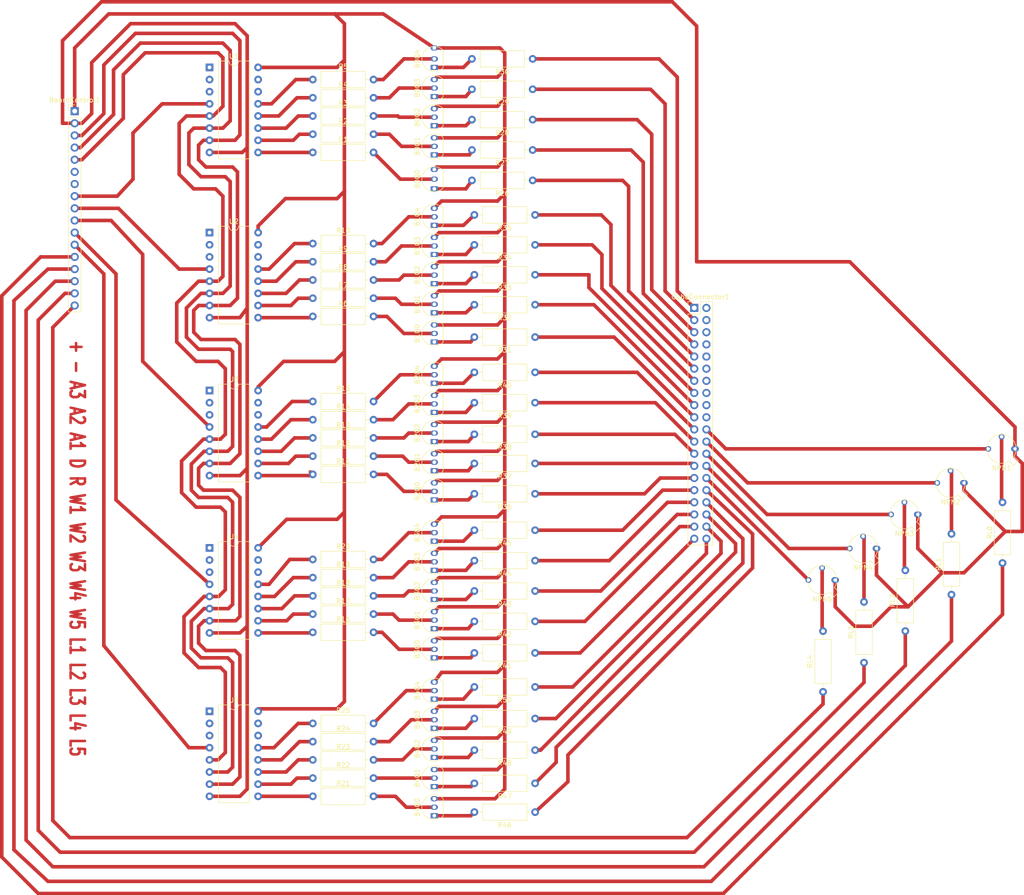
<source format=kicad_pcb>
(kicad_pcb (version 20171130) (host pcbnew "(5.1.6)-1")
  (title_block (title "LED Cube switching board") (date 2020-12-07) (rev 0.1) (company Meyhem) (comment 1 https://github.com/Meyhem/arduino_led_cube))
  (layers (0 F.Cu signal) (31 B.Cu signal) (34 B.Paste user) (35 F.Paste user) (36 B.SilkS user) (37 F.SilkS user) (38 B.Mask user) (39 F.Mask user) (44 Edge.Cuts user))
  (net 0 "")
  (net 1 +5V)
  (net 2 "Net-(B0Q0-Pad2)")
  (net 3 "Net-(B0Q1-Pad2)")
  (net 4 "Net-(B0Q2-Pad2)")
  (net 5 "Net-(B0Q3-Pad2)")
  (net 6 "Net-(B0Q4-Pad2)")
  (net 7 "Net-(B1Q0-Pad2)")
  (net 8 "Net-(B1Q1-Pad2)")
  (net 9 "Net-(B1Q2-Pad2)")
  (net 10 "Net-(B1Q3-Pad2)")
  (net 11 "Net-(B1Q4-Pad2)")
  (net 12 "Net-(B2Q0-Pad2)")
  (net 13 "Net-(B2Q1-Pad2)")
  (net 14 "Net-(B2Q2-Pad2)")
  (net 15 "Net-(B2Q3-Pad2)")
  (net 16 "Net-(B2Q4-Pad2)")
  (net 17 "Net-(B3Q0-Pad2)")
  (net 18 "Net-(B3Q1-Pad2)")
  (net 19 "Net-(B3Q2-Pad2)")
  (net 20 "Net-(B3Q3-Pad2)")
  (net 21 "Net-(B3Q4-Pad2)")
  (net 22 "Net-(B4Q0-Pad2)")
  (net 23 "Net-(B4Q1-Pad2)")
  (net 24 "Net-(B4Q2-Pad2)")
  (net 25 "Net-(B4Q3-Pad2)")
  (net 26 "Net-(B4Q4-Pad2)")
  (net 27 "Net-(BoardControl1-Pad17)")
  (net 28 "Net-(BoardControl1-Pad16)")
  (net 29 "Net-(BoardControl1-Pad15)")
  (net 30 "Net-(BoardControl1-Pad14)")
  (net 31 "Net-(BoardControl1-Pad13)")
  (net 32 "Net-(BoardControl1-Pad12)")
  (net 33 "Net-(BoardControl1-Pad11)")
  (net 34 "Net-(BoardControl1-Pad10)")
  (net 35 "Net-(BoardControl1-Pad9)")
  (net 36 "Net-(BoardControl1-Pad8)")
  (net 37 "Net-(BoardControl1-Pad7)")
  (net 38 "Net-(BoardControl1-Pad6)")
  (net 39 "Net-(BoardControl1-Pad5)")
  (net 40 "Net-(BoardControl1-Pad4)")
  (net 41 "Net-(BoardControl1-Pad3)")
  (net 42 GND)
  (net 43 "Net-(CubeConnector1-Pad40)")
  (net 44 "Net-(CubeConnector1-Pad39)")
  (net 45 "Net-(CubeConnector1-Pad38)")
  (net 46 "Net-(CubeConnector1-Pad37)")
  (net 47 "Net-(CubeConnector1-Pad36)")
  (net 48 "Net-(CubeConnector1-Pad35)")
  (net 49 "Net-(CubeConnector1-Pad34)")
  (net 50 "Net-(CubeConnector1-Pad33)")
  (net 51 "Net-(CubeConnector1-Pad32)")
  (net 52 "Net-(CubeConnector1-Pad31)")
  (net 53 "Net-(CubeConnector1-Pad30)")
  (net 54 "Net-(CubeConnector1-Pad29)")
  (net 55 "Net-(CubeConnector1-Pad28)")
  (net 56 "Net-(CubeConnector1-Pad27)")
  (net 57 "Net-(CubeConnector1-Pad26)")
  (net 58 "Net-(CubeConnector1-Pad25)")
  (net 59 "Net-(CubeConnector1-Pad24)")
  (net 60 "Net-(CubeConnector1-Pad23)")
  (net 61 "Net-(CubeConnector1-Pad22)")
  (net 62 "Net-(CubeConnector1-Pad21)")
  (net 63 "Net-(CubeConnector1-Pad20)")
  (net 64 "Net-(CubeConnector1-Pad19)")
  (net 65 "Net-(CubeConnector1-Pad18)")
  (net 66 "Net-(CubeConnector1-Pad17)")
  (net 67 "Net-(CubeConnector1-Pad16)")
  (net 68 "Net-(CubeConnector1-Pad15)")
  (net 69 "Net-(CubeConnector1-Pad14)")
  (net 70 "Net-(CubeConnector1-Pad13)")
  (net 71 "Net-(CubeConnector1-Pad12)")
  (net 72 "Net-(CubeConnector1-Pad11)")
  (net 73 "Net-(CubeConnector1-Pad10)")
  (net 74 "Net-(CubeConnector1-Pad9)")
  (net 75 "Net-(CubeConnector1-Pad8)")
  (net 76 "Net-(CubeConnector1-Pad7)")
  (net 77 "Net-(CubeConnector1-Pad6)")
  (net 78 "Net-(CubeConnector1-Pad5)")
  (net 79 "Net-(CubeConnector1-Pad4)")
  (net 80 "Net-(CubeConnector1-Pad3)")
  (net 81 "Net-(CubeConnector1-Pad2)")
  (net 82 "Net-(CubeConnector1-Pad1)")
  (net 83 "Net-(R1-Pad1)")
  (net 84 "Net-(R2-Pad1)")
  (net 85 "Net-(R3-Pad1)")
  (net 86 "Net-(R4-Pad1)")
  (net 87 "Net-(R5-Pad1)")
  (net 88 "Net-(R6-Pad1)")
  (net 89 "Net-(R7-Pad1)")
  (net 90 "Net-(R8-Pad1)")
  (net 91 "Net-(R9-Pad1)")
  (net 92 "Net-(R10-Pad1)")
  (net 93 "Net-(R11-Pad1)")
  (net 94 "Net-(R12-Pad1)")
  (net 95 "Net-(R13-Pad1)")
  (net 96 "Net-(R14-Pad1)")
  (net 97 "Net-(R15-Pad1)")
  (net 98 "Net-(R16-Pad1)")
  (net 99 "Net-(R17-Pad1)")
  (net 100 "Net-(R18-Pad1)")
  (net 101 "Net-(R19-Pad1)")
  (net 102 "Net-(R20-Pad1)")
  (net 103 "Net-(R21-Pad1)")
  (net 104 "Net-(R22-Pad1)")
  (net 105 "Net-(R23-Pad1)")
  (net 106 "Net-(R24-Pad1)")
  (net 107 "Net-(R25-Pad1)")
  (net 108 "Net-(U1-Pad14)")
  (net 109 "Net-(U1-Pad1)")
  (net 110 "Net-(U2-Pad14)")
  (net 111 "Net-(U2-Pad1)")
  (net 112 "Net-(U3-Pad14)")
  (net 113 "Net-(U3-Pad1)")
  (net 114 "Net-(U4-Pad14)")
  (net 115 "Net-(U4-Pad1)")
  (net 116 "Net-(U5-Pad14)")
  (net 117 "Net-(U5-Pad1)")
  (net 118 "Net-(NPN1-Pad2)")
  (net 119 "Net-(NPN2-Pad2)")
  (net 120 "Net-(NPN3-Pad2)")
  (net 121 "Net-(NPN4-Pad2)")
  (net 122 "Net-(NPN5-Pad2)")
  (net 123 "Net-(B0Q0-Pad1)")
  (net 124 "Net-(B0Q1-Pad1)")
  (net 125 "Net-(B0Q2-Pad1)")
  (net 126 "Net-(B0Q3-Pad1)")
  (net 127 "Net-(B0Q4-Pad1)")
  (net 128 "Net-(B1Q0-Pad1)")
  (net 129 "Net-(B1Q1-Pad1)")
  (net 130 "Net-(B1Q2-Pad1)")
  (net 131 "Net-(B1Q3-Pad1)")
  (net 132 "Net-(B1Q4-Pad1)")
  (net 133 "Net-(B2Q0-Pad1)")
  (net 134 "Net-(B2Q1-Pad1)")
  (net 135 "Net-(B2Q2-Pad1)")
  (net 136 "Net-(B2Q3-Pad1)")
  (net 137 "Net-(B2Q4-Pad1)")
  (net 138 "Net-(B3Q0-Pad1)")
  (net 139 "Net-(B3Q1-Pad1)")
  (net 140 "Net-(B3Q2-Pad1)")
  (net 141 "Net-(B3Q3-Pad1)")
  (net 142 "Net-(B3Q4-Pad1)")
  (net 143 "Net-(B4Q0-Pad1)")
  (net 144 "Net-(B4Q1-Pad1)")
  (net 145 "Net-(B4Q2-Pad1)")
  (net 146 "Net-(B4Q3-Pad1)")
  (net 147 "Net-(B4Q4-Pad1)")
  (module Resistor_THT:R_Axial_DIN0309_L9.0mm_D3.2mm_P12.70mm_Horizontal (layer F.Cu) (at 186.436 149.352 90)
    (fp_text reference RL4 (at 6.35 -2.72 90) (layer F.SilkS))
    (fp_text value 10k)
    (pad 2 thru_hole oval (at 12.7 0 90) (size 1.6 1.6) (drill 0.8) (layers *.Cu *.Mask) (net 122 "Net-(NPN5-Pad2)"))
    (pad 1 thru_hole circle (at 0 0 90) (size 1.6 1.6) (drill 0.8) (layers *.Cu *.Mask) (net 27 "Net-(BoardControl1-Pad17)"))
  )
  (module Resistor_THT:R_Axial_DIN0309_L9.0mm_D3.2mm_P12.70mm_Horizontal (layer F.Cu) (at 195.002724 143.256 90)
    (fp_text reference RL3 (at 6.35 -2.72 90) (layer F.SilkS))
    (fp_text value 10k)
    (pad 2 thru_hole oval (at 12.7 0 90) (size 1.6 1.6) (drill 0.8) (layers *.Cu *.Mask) (net 121 "Net-(NPN4-Pad2)"))
    (pad 1 thru_hole circle (at 0 0 90) (size 1.6 1.6) (drill 0.8) (layers *.Cu *.Mask) (net 28 "Net-(BoardControl1-Pad16)"))
  )
  (module Resistor_THT:R_Axial_DIN0309_L9.0mm_D3.2mm_P12.70mm_Horizontal (layer F.Cu) (at 203.638724 136.652 90)
    (fp_text reference RL2 (at 6.35 -2.72 90) (layer F.SilkS))
    (fp_text value 10k)
    (pad 2 thru_hole oval (at 12.7 0 90) (size 1.6 1.6) (drill 0.8) (layers *.Cu *.Mask) (net 120 "Net-(NPN3-Pad2)"))
    (pad 1 thru_hole circle (at 0 0 90) (size 1.6 1.6) (drill 0.8) (layers *.Cu *.Mask) (net 29 "Net-(BoardControl1-Pad15)"))
  )
  (module Resistor_THT:R_Axial_DIN0309_L9.0mm_D3.2mm_P12.70mm_Horizontal (layer F.Cu) (at 213.290724 129.032 90)
    (fp_text reference RL1 (at 6.35 -2.72 90) (layer F.SilkS))
    (fp_text value 10k)
    (pad 2 thru_hole oval (at 12.7 0 90) (size 1.6 1.6) (drill 0.8) (layers *.Cu *.Mask) (net 119 "Net-(NPN2-Pad2)"))
    (pad 1 thru_hole circle (at 0 0 90) (size 1.6 1.6) (drill 0.8) (layers *.Cu *.Mask) (net 30 "Net-(BoardControl1-Pad14)"))
  )
  (module Resistor_THT:R_Axial_DIN0309_L9.0mm_D3.2mm_P12.70mm_Horizontal (layer F.Cu) (at 223.958724 122.428 90)
    (fp_text reference RL0 (at 6.35 -2.72 90) (layer F.SilkS))
    (fp_text value 10k)
    (pad 2 thru_hole oval (at 12.7 0 90) (size 1.6 1.6) (drill 0.8) (layers *.Cu *.Mask) (net 118 "Net-(NPN1-Pad2)"))
    (pad 1 thru_hole circle (at 0 0 90) (size 1.6 1.6) (drill 0.8) (layers *.Cu *.Mask) (net 31 "Net-(BoardControl1-Pad13)"))
  )
  (module Package_DIP:DIP-16_W10.16mm (layer F.Cu) (at 58.166 153.416)
    (fp_text reference U5 (at 5.08 -2.33) (layer F.SilkS))
    (fp_text value 4099)
    (pad 16 thru_hole oval (at 10.16 0) (size 1.6 1.6) (drill 0.8) (layers *.Cu *.Mask) (net 1 +5V))
    (pad 8 thru_hole oval (at 0 17.78) (size 1.6 1.6) (drill 0.8) (layers *.Cu *.Mask) (net 42 GND))
    (pad 15 thru_hole oval (at 10.16 2.54) (size 1.6 1.6) (drill 0.8) (layers *.Cu *.Mask))
    (pad 7 thru_hole oval (at 0 15.24) (size 1.6 1.6) (drill 0.8) (layers *.Cu *.Mask) (net 41 "Net-(BoardControl1-Pad3)"))
    (pad 14 thru_hole oval (at 10.16 5.08) (size 1.6 1.6) (drill 0.8) (layers *.Cu *.Mask) (net 116 "Net-(U5-Pad14)"))
    (pad 6 thru_hole oval (at 0 12.7) (size 1.6 1.6) (drill 0.8) (layers *.Cu *.Mask) (net 40 "Net-(BoardControl1-Pad4)"))
    (pad 13 thru_hole oval (at 10.16 7.62) (size 1.6 1.6) (drill 0.8) (layers *.Cu *.Mask) (net 107 "Net-(R25-Pad1)"))
    (pad 5 thru_hole oval (at 0 10.16) (size 1.6 1.6) (drill 0.8) (layers *.Cu *.Mask) (net 39 "Net-(BoardControl1-Pad5)"))
    (pad 12 thru_hole oval (at 10.16 10.16) (size 1.6 1.6) (drill 0.8) (layers *.Cu *.Mask) (net 106 "Net-(R24-Pad1)"))
    (pad 4 thru_hole oval (at 0 7.62) (size 1.6 1.6) (drill 0.8) (layers *.Cu *.Mask) (net 32 "Net-(BoardControl1-Pad12)"))
    (pad 11 thru_hole oval (at 10.16 12.7) (size 1.6 1.6) (drill 0.8) (layers *.Cu *.Mask) (net 105 "Net-(R23-Pad1)"))
    (pad 3 thru_hole oval (at 0 5.08) (size 1.6 1.6) (drill 0.8) (layers *.Cu *.Mask) (net 38 "Net-(BoardControl1-Pad6)"))
    (pad 10 thru_hole oval (at 10.16 15.24) (size 1.6 1.6) (drill 0.8) (layers *.Cu *.Mask) (net 104 "Net-(R22-Pad1)"))
    (pad 2 thru_hole oval (at 0 2.54) (size 1.6 1.6) (drill 0.8) (layers *.Cu *.Mask) (net 37 "Net-(BoardControl1-Pad7)"))
    (pad 9 thru_hole oval (at 10.16 17.78) (size 1.6 1.6) (drill 0.8) (layers *.Cu *.Mask) (net 103 "Net-(R21-Pad1)"))
    (pad 1 thru_hole rect (at 0 0) (size 1.6 1.6) (drill 0.8) (layers *.Cu *.Mask) (net 117 "Net-(U5-Pad1)"))
  )
  (module Package_DIP:DIP-16_W10.16mm (layer F.Cu) (at 58.166 119.253)
    (fp_text reference U4 (at 5.08 -2.33) (layer F.SilkS))
    (fp_text value 4099)
    (pad 16 thru_hole oval (at 10.16 0) (size 1.6 1.6) (drill 0.8) (layers *.Cu *.Mask) (net 1 +5V))
    (pad 8 thru_hole oval (at 0 17.78) (size 1.6 1.6) (drill 0.8) (layers *.Cu *.Mask) (net 42 GND))
    (pad 15 thru_hole oval (at 10.16 2.54) (size 1.6 1.6) (drill 0.8) (layers *.Cu *.Mask))
    (pad 7 thru_hole oval (at 0 15.24) (size 1.6 1.6) (drill 0.8) (layers *.Cu *.Mask) (net 41 "Net-(BoardControl1-Pad3)"))
    (pad 14 thru_hole oval (at 10.16 5.08) (size 1.6 1.6) (drill 0.8) (layers *.Cu *.Mask) (net 114 "Net-(U4-Pad14)"))
    (pad 6 thru_hole oval (at 0 12.7) (size 1.6 1.6) (drill 0.8) (layers *.Cu *.Mask) (net 40 "Net-(BoardControl1-Pad4)"))
    (pad 13 thru_hole oval (at 10.16 7.62) (size 1.6 1.6) (drill 0.8) (layers *.Cu *.Mask) (net 102 "Net-(R20-Pad1)"))
    (pad 5 thru_hole oval (at 0 10.16) (size 1.6 1.6) (drill 0.8) (layers *.Cu *.Mask) (net 39 "Net-(BoardControl1-Pad5)"))
    (pad 12 thru_hole oval (at 10.16 10.16) (size 1.6 1.6) (drill 0.8) (layers *.Cu *.Mask) (net 101 "Net-(R19-Pad1)"))
    (pad 4 thru_hole oval (at 0 7.62) (size 1.6 1.6) (drill 0.8) (layers *.Cu *.Mask) (net 33 "Net-(BoardControl1-Pad11)"))
    (pad 11 thru_hole oval (at 10.16 12.7) (size 1.6 1.6) (drill 0.8) (layers *.Cu *.Mask) (net 100 "Net-(R18-Pad1)"))
    (pad 3 thru_hole oval (at 0 5.08) (size 1.6 1.6) (drill 0.8) (layers *.Cu *.Mask) (net 38 "Net-(BoardControl1-Pad6)"))
    (pad 10 thru_hole oval (at 10.16 15.24) (size 1.6 1.6) (drill 0.8) (layers *.Cu *.Mask) (net 99 "Net-(R17-Pad1)"))
    (pad 2 thru_hole oval (at 0 2.54) (size 1.6 1.6) (drill 0.8) (layers *.Cu *.Mask) (net 37 "Net-(BoardControl1-Pad7)"))
    (pad 9 thru_hole oval (at 10.16 17.78) (size 1.6 1.6) (drill 0.8) (layers *.Cu *.Mask) (net 98 "Net-(R16-Pad1)"))
    (pad 1 thru_hole rect (at 0 0) (size 1.6 1.6) (drill 0.8) (layers *.Cu *.Mask) (net 115 "Net-(U4-Pad1)"))
  )
  (module Package_DIP:DIP-16_W10.16mm (layer F.Cu) (at 58.166 86.36)
    (fp_text reference U3 (at 5.08 -2.33) (layer F.SilkS))
    (fp_text value 4099)
    (pad 16 thru_hole oval (at 10.16 0) (size 1.6 1.6) (drill 0.8) (layers *.Cu *.Mask) (net 1 +5V))
    (pad 8 thru_hole oval (at 0 17.78) (size 1.6 1.6) (drill 0.8) (layers *.Cu *.Mask) (net 42 GND))
    (pad 15 thru_hole oval (at 10.16 2.54) (size 1.6 1.6) (drill 0.8) (layers *.Cu *.Mask))
    (pad 7 thru_hole oval (at 0 15.24) (size 1.6 1.6) (drill 0.8) (layers *.Cu *.Mask) (net 41 "Net-(BoardControl1-Pad3)"))
    (pad 14 thru_hole oval (at 10.16 5.08) (size 1.6 1.6) (drill 0.8) (layers *.Cu *.Mask) (net 112 "Net-(U3-Pad14)"))
    (pad 6 thru_hole oval (at 0 12.7) (size 1.6 1.6) (drill 0.8) (layers *.Cu *.Mask) (net 40 "Net-(BoardControl1-Pad4)"))
    (pad 13 thru_hole oval (at 10.16 7.62) (size 1.6 1.6) (drill 0.8) (layers *.Cu *.Mask) (net 97 "Net-(R15-Pad1)"))
    (pad 5 thru_hole oval (at 0 10.16) (size 1.6 1.6) (drill 0.8) (layers *.Cu *.Mask) (net 39 "Net-(BoardControl1-Pad5)"))
    (pad 12 thru_hole oval (at 10.16 10.16) (size 1.6 1.6) (drill 0.8) (layers *.Cu *.Mask) (net 96 "Net-(R14-Pad1)"))
    (pad 4 thru_hole oval (at 0 7.62) (size 1.6 1.6) (drill 0.8) (layers *.Cu *.Mask) (net 34 "Net-(BoardControl1-Pad10)"))
    (pad 11 thru_hole oval (at 10.16 12.7) (size 1.6 1.6) (drill 0.8) (layers *.Cu *.Mask) (net 95 "Net-(R13-Pad1)"))
    (pad 3 thru_hole oval (at 0 5.08) (size 1.6 1.6) (drill 0.8) (layers *.Cu *.Mask) (net 38 "Net-(BoardControl1-Pad6)"))
    (pad 10 thru_hole oval (at 10.16 15.24) (size 1.6 1.6) (drill 0.8) (layers *.Cu *.Mask) (net 94 "Net-(R12-Pad1)"))
    (pad 2 thru_hole oval (at 0 2.54) (size 1.6 1.6) (drill 0.8) (layers *.Cu *.Mask) (net 37 "Net-(BoardControl1-Pad7)"))
    (pad 9 thru_hole oval (at 10.16 17.78) (size 1.6 1.6) (drill 0.8) (layers *.Cu *.Mask) (net 93 "Net-(R11-Pad1)"))
    (pad 1 thru_hole rect (at 0 0) (size 1.6 1.6) (drill 0.8) (layers *.Cu *.Mask) (net 113 "Net-(U3-Pad1)"))
  )
  (module Package_DIP:DIP-16_W10.16mm (layer F.Cu) (at 58.166 53.34)
    (fp_text reference U2 (at 5.08 -2.33) (layer F.SilkS))
    (fp_text value 4099)
    (pad 16 thru_hole oval (at 10.16 0) (size 1.6 1.6) (drill 0.8) (layers *.Cu *.Mask) (net 1 +5V))
    (pad 8 thru_hole oval (at 0 17.78) (size 1.6 1.6) (drill 0.8) (layers *.Cu *.Mask) (net 42 GND))
    (pad 15 thru_hole oval (at 10.16 2.54) (size 1.6 1.6) (drill 0.8) (layers *.Cu *.Mask))
    (pad 7 thru_hole oval (at 0 15.24) (size 1.6 1.6) (drill 0.8) (layers *.Cu *.Mask) (net 41 "Net-(BoardControl1-Pad3)"))
    (pad 14 thru_hole oval (at 10.16 5.08) (size 1.6 1.6) (drill 0.8) (layers *.Cu *.Mask) (net 110 "Net-(U2-Pad14)"))
    (pad 6 thru_hole oval (at 0 12.7) (size 1.6 1.6) (drill 0.8) (layers *.Cu *.Mask) (net 40 "Net-(BoardControl1-Pad4)"))
    (pad 13 thru_hole oval (at 10.16 7.62) (size 1.6 1.6) (drill 0.8) (layers *.Cu *.Mask) (net 92 "Net-(R10-Pad1)"))
    (pad 5 thru_hole oval (at 0 10.16) (size 1.6 1.6) (drill 0.8) (layers *.Cu *.Mask) (net 39 "Net-(BoardControl1-Pad5)"))
    (pad 12 thru_hole oval (at 10.16 10.16) (size 1.6 1.6) (drill 0.8) (layers *.Cu *.Mask) (net 91 "Net-(R9-Pad1)"))
    (pad 4 thru_hole oval (at 0 7.62) (size 1.6 1.6) (drill 0.8) (layers *.Cu *.Mask) (net 35 "Net-(BoardControl1-Pad9)"))
    (pad 11 thru_hole oval (at 10.16 12.7) (size 1.6 1.6) (drill 0.8) (layers *.Cu *.Mask) (net 90 "Net-(R8-Pad1)"))
    (pad 3 thru_hole oval (at 0 5.08) (size 1.6 1.6) (drill 0.8) (layers *.Cu *.Mask) (net 38 "Net-(BoardControl1-Pad6)"))
    (pad 10 thru_hole oval (at 10.16 15.24) (size 1.6 1.6) (drill 0.8) (layers *.Cu *.Mask) (net 89 "Net-(R7-Pad1)"))
    (pad 2 thru_hole oval (at 0 2.54) (size 1.6 1.6) (drill 0.8) (layers *.Cu *.Mask) (net 37 "Net-(BoardControl1-Pad7)"))
    (pad 9 thru_hole oval (at 10.16 17.78) (size 1.6 1.6) (drill 0.8) (layers *.Cu *.Mask) (net 88 "Net-(R6-Pad1)"))
    (pad 1 thru_hole rect (at 0 0) (size 1.6 1.6) (drill 0.8) (layers *.Cu *.Mask) (net 111 "Net-(U2-Pad1)"))
  )
  (module Package_DIP:DIP-16_W10.16mm (layer F.Cu) (at 58.166 18.796)
    (fp_text reference U1 (at 5.08 -2.33) (layer F.SilkS))
    (fp_text value 4099)
    (pad 16 thru_hole oval (at 10.16 0) (size 1.6 1.6) (drill 0.8) (layers *.Cu *.Mask) (net 1 +5V))
    (pad 8 thru_hole oval (at 0 17.78) (size 1.6 1.6) (drill 0.8) (layers *.Cu *.Mask) (net 42 GND))
    (pad 15 thru_hole oval (at 10.16 2.54) (size 1.6 1.6) (drill 0.8) (layers *.Cu *.Mask))
    (pad 7 thru_hole oval (at 0 15.24) (size 1.6 1.6) (drill 0.8) (layers *.Cu *.Mask) (net 41 "Net-(BoardControl1-Pad3)"))
    (pad 14 thru_hole oval (at 10.16 5.08) (size 1.6 1.6) (drill 0.8) (layers *.Cu *.Mask) (net 108 "Net-(U1-Pad14)"))
    (pad 6 thru_hole oval (at 0 12.7) (size 1.6 1.6) (drill 0.8) (layers *.Cu *.Mask) (net 40 "Net-(BoardControl1-Pad4)"))
    (pad 13 thru_hole oval (at 10.16 7.62) (size 1.6 1.6) (drill 0.8) (layers *.Cu *.Mask) (net 87 "Net-(R5-Pad1)"))
    (pad 5 thru_hole oval (at 0 10.16) (size 1.6 1.6) (drill 0.8) (layers *.Cu *.Mask) (net 39 "Net-(BoardControl1-Pad5)"))
    (pad 12 thru_hole oval (at 10.16 10.16) (size 1.6 1.6) (drill 0.8) (layers *.Cu *.Mask) (net 86 "Net-(R4-Pad1)"))
    (pad 4 thru_hole oval (at 0 7.62) (size 1.6 1.6) (drill 0.8) (layers *.Cu *.Mask) (net 36 "Net-(BoardControl1-Pad8)"))
    (pad 11 thru_hole oval (at 10.16 12.7) (size 1.6 1.6) (drill 0.8) (layers *.Cu *.Mask) (net 85 "Net-(R3-Pad1)"))
    (pad 3 thru_hole oval (at 0 5.08) (size 1.6 1.6) (drill 0.8) (layers *.Cu *.Mask) (net 38 "Net-(BoardControl1-Pad6)"))
    (pad 10 thru_hole oval (at 10.16 15.24) (size 1.6 1.6) (drill 0.8) (layers *.Cu *.Mask) (net 84 "Net-(R2-Pad1)"))
    (pad 2 thru_hole oval (at 0 2.54) (size 1.6 1.6) (drill 0.8) (layers *.Cu *.Mask) (net 37 "Net-(BoardControl1-Pad7)"))
    (pad 9 thru_hole oval (at 10.16 17.78) (size 1.6 1.6) (drill 0.8) (layers *.Cu *.Mask) (net 83 "Net-(R1-Pad1)"))
    (pad 1 thru_hole rect (at 0 0) (size 1.6 1.6) (drill 0.8) (layers *.Cu *.Mask) (net 109 "Net-(U1-Pad1)"))
  )
  (module Resistor_THT:R_Axial_DIN0309_L9.0mm_D3.2mm_P12.70mm_Horizontal (layer F.Cu) (at 126.238 148.336 180)
    (fp_text reference R50 (at 6.35 -2.72) (layer F.SilkS))
    (fp_text value ~100R)
    (pad 2 thru_hole oval (at 12.7 0 180) (size 1.6 1.6) (drill 0.8) (layers *.Cu *.Mask) (net 147 "Net-(B4Q4-Pad1)"))
    (pad 1 thru_hole circle (at 0 0 180) (size 1.6 1.6) (drill 0.8) (layers *.Cu *.Mask) (net 43 "Net-(CubeConnector1-Pad40)"))
  )
  (module Resistor_THT:R_Axial_DIN0309_L9.0mm_D3.2mm_P12.70mm_Horizontal (layer F.Cu) (at 126.238 154.94 180)
    (fp_text reference R49 (at 6.35 -2.72) (layer F.SilkS))
    (fp_text value ~100R)
    (pad 2 thru_hole oval (at 12.7 0 180) (size 1.6 1.6) (drill 0.8) (layers *.Cu *.Mask) (net 146 "Net-(B4Q3-Pad1)"))
    (pad 1 thru_hole circle (at 0 0 180) (size 1.6 1.6) (drill 0.8) (layers *.Cu *.Mask) (net 45 "Net-(CubeConnector1-Pad38)"))
  )
  (module Resistor_THT:R_Axial_DIN0309_L9.0mm_D3.2mm_P12.70mm_Horizontal (layer F.Cu) (at 126.238 161.544 180)
    (fp_text reference R48 (at 6.35 -2.72) (layer F.SilkS))
    (fp_text value ~100R)
    (pad 2 thru_hole oval (at 12.7 0 180) (size 1.6 1.6) (drill 0.8) (layers *.Cu *.Mask) (net 145 "Net-(B4Q2-Pad1)"))
    (pad 1 thru_hole circle (at 0 0 180) (size 1.6 1.6) (drill 0.8) (layers *.Cu *.Mask) (net 47 "Net-(CubeConnector1-Pad36)"))
  )
  (module Resistor_THT:R_Axial_DIN0309_L9.0mm_D3.2mm_P12.70mm_Horizontal (layer F.Cu) (at 126.238 168.48 180)
    (fp_text reference R47 (at 6.35 -2.72) (layer F.SilkS))
    (fp_text value ~100R)
    (pad 2 thru_hole oval (at 12.7 0 180) (size 1.6 1.6) (drill 0.8) (layers *.Cu *.Mask) (net 144 "Net-(B4Q1-Pad1)"))
    (pad 1 thru_hole circle (at 0 0 180) (size 1.6 1.6) (drill 0.8) (layers *.Cu *.Mask) (net 49 "Net-(CubeConnector1-Pad34)"))
  )
  (module Resistor_THT:R_Axial_DIN0309_L9.0mm_D3.2mm_P12.70mm_Horizontal (layer F.Cu) (at 126.238 174.498 180)
    (fp_text reference R46 (at 6.35 -2.72) (layer F.SilkS))
    (fp_text value ~100R)
    (pad 2 thru_hole oval (at 12.7 0 180) (size 1.6 1.6) (drill 0.8) (layers *.Cu *.Mask) (net 143 "Net-(B4Q0-Pad1)"))
    (pad 1 thru_hole circle (at 0 0 180) (size 1.6 1.6) (drill 0.8) (layers *.Cu *.Mask) (net 51 "Net-(CubeConnector1-Pad32)"))
  )
  (module Resistor_THT:R_Axial_DIN0309_L9.0mm_D3.2mm_P12.70mm_Horizontal (layer F.Cu) (at 126.238 115.56 180)
    (fp_text reference R45 (at 6.35 -2.72) (layer F.SilkS))
    (fp_text value ~100R)
    (pad 2 thru_hole oval (at 12.7 0 180) (size 1.6 1.6) (drill 0.8) (layers *.Cu *.Mask) (net 142 "Net-(B3Q4-Pad1)"))
    (pad 1 thru_hole circle (at 0 0 180) (size 1.6 1.6) (drill 0.8) (layers *.Cu *.Mask) (net 52 "Net-(CubeConnector1-Pad31)"))
  )
  (module Resistor_THT:R_Axial_DIN0309_L9.0mm_D3.2mm_P12.70mm_Horizontal (layer F.Cu) (at 126.238 121.92 180)
    (fp_text reference R44 (at 6.35 -2.72) (layer F.SilkS))
    (fp_text value ~100R)
    (pad 2 thru_hole oval (at 12.7 0 180) (size 1.6 1.6) (drill 0.8) (layers *.Cu *.Mask) (net 141 "Net-(B3Q3-Pad1)"))
    (pad 1 thru_hole circle (at 0 0 180) (size 1.6 1.6) (drill 0.8) (layers *.Cu *.Mask) (net 50 "Net-(CubeConnector1-Pad33)"))
  )
  (module Resistor_THT:R_Axial_DIN0309_L9.0mm_D3.2mm_P12.70mm_Horizontal (layer F.Cu) (at 126.238 128.27 180)
    (fp_text reference R43 (at 6.35 -2.72) (layer F.SilkS))
    (fp_text value ~100R)
    (pad 2 thru_hole oval (at 12.7 0 180) (size 1.6 1.6) (drill 0.8) (layers *.Cu *.Mask) (net 140 "Net-(B3Q2-Pad1)"))
    (pad 1 thru_hole circle (at 0 0 180) (size 1.6 1.6) (drill 0.8) (layers *.Cu *.Mask) (net 48 "Net-(CubeConnector1-Pad35)"))
  )
  (module Resistor_THT:R_Axial_DIN0309_L9.0mm_D3.2mm_P12.70mm_Horizontal (layer F.Cu) (at 126.238 134.62 180)
    (fp_text reference R42 (at 6.35 -2.72) (layer F.SilkS))
    (fp_text value ~100R)
    (pad 2 thru_hole oval (at 12.7 0 180) (size 1.6 1.6) (drill 0.8) (layers *.Cu *.Mask) (net 139 "Net-(B3Q1-Pad1)"))
    (pad 1 thru_hole circle (at 0 0 180) (size 1.6 1.6) (drill 0.8) (layers *.Cu *.Mask) (net 46 "Net-(CubeConnector1-Pad37)"))
  )
  (module Resistor_THT:R_Axial_DIN0309_L9.0mm_D3.2mm_P12.70mm_Horizontal (layer F.Cu) (at 126.238 141.224 180)
    (fp_text reference R41 (at 6.35 -2.72) (layer F.SilkS))
    (fp_text value ~100R)
    (pad 2 thru_hole oval (at 12.7 0 180) (size 1.6 1.6) (drill 0.8) (layers *.Cu *.Mask) (net 138 "Net-(B3Q0-Pad1)"))
    (pad 1 thru_hole circle (at 0 0 180) (size 1.6 1.6) (drill 0.8) (layers *.Cu *.Mask) (net 44 "Net-(CubeConnector1-Pad39)"))
  )
  (module Resistor_THT:R_Axial_DIN0309_L9.0mm_D3.2mm_P12.70mm_Horizontal (layer F.Cu) (at 126.238 82.55 180)
    (fp_text reference R40 (at 6.35 -2.72) (layer F.SilkS))
    (fp_text value ~100R)
    (pad 2 thru_hole oval (at 12.7 0 180) (size 1.6 1.6) (drill 0.8) (layers *.Cu *.Mask) (net 137 "Net-(B2Q4-Pad1)"))
    (pad 1 thru_hole circle (at 0 0 180) (size 1.6 1.6) (drill 0.8) (layers *.Cu *.Mask) (net 62 "Net-(CubeConnector1-Pad21)"))
  )
  (module Resistor_THT:R_Axial_DIN0309_L9.0mm_D3.2mm_P12.70mm_Horizontal (layer F.Cu) (at 126.238 88.9 180)
    (fp_text reference R39 (at 6.35 -2.72) (layer F.SilkS))
    (fp_text value ~100R)
    (pad 2 thru_hole oval (at 12.7 0 180) (size 1.6 1.6) (drill 0.8) (layers *.Cu *.Mask) (net 136 "Net-(B2Q3-Pad1)"))
    (pad 1 thru_hole circle (at 0 0 180) (size 1.6 1.6) (drill 0.8) (layers *.Cu *.Mask) (net 60 "Net-(CubeConnector1-Pad23)"))
  )
  (module Resistor_THT:R_Axial_DIN0309_L9.0mm_D3.2mm_P12.70mm_Horizontal (layer F.Cu) (at 126.238 95.504 180)
    (fp_text reference R38 (at 6.35 -2.72) (layer F.SilkS))
    (fp_text value ~100R)
    (pad 2 thru_hole oval (at 12.7 0 180) (size 1.6 1.6) (drill 0.8) (layers *.Cu *.Mask) (net 135 "Net-(B2Q2-Pad1)"))
    (pad 1 thru_hole circle (at 0 0 180) (size 1.6 1.6) (drill 0.8) (layers *.Cu *.Mask) (net 58 "Net-(CubeConnector1-Pad25)"))
  )
  (module Resistor_THT:R_Axial_DIN0309_L9.0mm_D3.2mm_P12.70mm_Horizontal (layer F.Cu) (at 126.238 101.6 180)
    (fp_text reference R37 (at 6.35 -2.72) (layer F.SilkS))
    (fp_text value ~100R)
    (pad 2 thru_hole oval (at 12.7 0 180) (size 1.6 1.6) (drill 0.8) (layers *.Cu *.Mask) (net 134 "Net-(B2Q1-Pad1)"))
    (pad 1 thru_hole circle (at 0 0 180) (size 1.6 1.6) (drill 0.8) (layers *.Cu *.Mask) (net 56 "Net-(CubeConnector1-Pad27)"))
  )
  (module Resistor_THT:R_Axial_DIN0309_L9.0mm_D3.2mm_P12.70mm_Horizontal (layer F.Cu) (at 126.238 107.95 180)
    (fp_text reference R36 (at 6.35 -2.72) (layer F.SilkS))
    (fp_text value ~100R)
    (pad 2 thru_hole oval (at 12.7 0 180) (size 1.6 1.6) (drill 0.8) (layers *.Cu *.Mask) (net 133 "Net-(B2Q0-Pad1)"))
    (pad 1 thru_hole circle (at 0 0 180) (size 1.6 1.6) (drill 0.8) (layers *.Cu *.Mask) (net 54 "Net-(CubeConnector1-Pad29)"))
  )
  (module Resistor_THT:R_Axial_DIN0309_L9.0mm_D3.2mm_P12.70mm_Horizontal (layer F.Cu) (at 126.238 49.64 180)
    (fp_text reference R35 (at 6.35 -2.72) (layer F.SilkS))
    (fp_text value ~100R)
    (pad 2 thru_hole oval (at 12.7 0 180) (size 1.6 1.6) (drill 0.8) (layers *.Cu *.Mask) (net 132 "Net-(B1Q4-Pad1)"))
    (pad 1 thru_hole circle (at 0 0 180) (size 1.6 1.6) (drill 0.8) (layers *.Cu *.Mask) (net 72 "Net-(CubeConnector1-Pad11)"))
  )
  (module Resistor_THT:R_Axial_DIN0309_L9.0mm_D3.2mm_P12.70mm_Horizontal (layer F.Cu) (at 126.238 55.899 180)
    (fp_text reference R34 (at 6.35 -2.72) (layer F.SilkS))
    (fp_text value ~100R)
    (pad 2 thru_hole oval (at 12.7 0 180) (size 1.6 1.6) (drill 0.8) (layers *.Cu *.Mask) (net 131 "Net-(B1Q3-Pad1)"))
    (pad 1 thru_hole circle (at 0 0 180) (size 1.6 1.6) (drill 0.8) (layers *.Cu *.Mask) (net 70 "Net-(CubeConnector1-Pad13)"))
  )
  (module Resistor_THT:R_Axial_DIN0309_L9.0mm_D3.2mm_P12.70mm_Horizontal (layer F.Cu) (at 126.238 62.158 180)
    (fp_text reference R33 (at 6.35 -2.72) (layer F.SilkS))
    (fp_text value ~100R)
    (pad 2 thru_hole oval (at 12.7 0 180) (size 1.6 1.6) (drill 0.8) (layers *.Cu *.Mask) (net 130 "Net-(B1Q2-Pad1)"))
    (pad 1 thru_hole circle (at 0 0 180) (size 1.6 1.6) (drill 0.8) (layers *.Cu *.Mask) (net 68 "Net-(CubeConnector1-Pad15)"))
  )
  (module Resistor_THT:R_Axial_DIN0309_L9.0mm_D3.2mm_P12.70mm_Horizontal (layer F.Cu) (at 126.238 68.417 180)
    (fp_text reference R32 (at 6.35 -2.72) (layer F.SilkS))
    (fp_text value ~100R)
    (pad 2 thru_hole oval (at 12.7 0 180) (size 1.6 1.6) (drill 0.8) (layers *.Cu *.Mask) (net 129 "Net-(B1Q1-Pad1)"))
    (pad 1 thru_hole circle (at 0 0 180) (size 1.6 1.6) (drill 0.8) (layers *.Cu *.Mask) (net 66 "Net-(CubeConnector1-Pad17)"))
  )
  (module Resistor_THT:R_Axial_DIN0309_L9.0mm_D3.2mm_P12.70mm_Horizontal (layer F.Cu) (at 126.238 75.184 180)
    (fp_text reference R31 (at 6.35 -2.72) (layer F.SilkS))
    (fp_text value ~100R)
    (pad 2 thru_hole oval (at 12.7 0 180) (size 1.6 1.6) (drill 0.8) (layers *.Cu *.Mask) (net 128 "Net-(B1Q0-Pad1)"))
    (pad 1 thru_hole circle (at 0 0 180) (size 1.6 1.6) (drill 0.8) (layers *.Cu *.Mask) (net 64 "Net-(CubeConnector1-Pad19)"))
  )
  (module Resistor_THT:R_Axial_DIN0309_L9.0mm_D3.2mm_P12.70mm_Horizontal (layer F.Cu) (at 125.73 17.018 180)
    (fp_text reference R30 (at 6.35 -2.72) (layer F.SilkS))
    (fp_text value ~100R)
    (pad 2 thru_hole oval (at 12.7 0 180) (size 1.6 1.6) (drill 0.8) (layers *.Cu *.Mask) (net 127 "Net-(B0Q4-Pad1)"))
    (pad 1 thru_hole circle (at 0 0 180) (size 1.6 1.6) (drill 0.8) (layers *.Cu *.Mask) (net 82 "Net-(CubeConnector1-Pad1)"))
  )
  (module Resistor_THT:R_Axial_DIN0309_L9.0mm_D3.2mm_P12.70mm_Horizontal (layer F.Cu) (at 125.73 23.368 180)
    (fp_text reference R29 (at 6.35 -2.72) (layer F.SilkS))
    (fp_text value ~100R)
    (pad 2 thru_hole oval (at 12.7 0 180) (size 1.6 1.6) (drill 0.8) (layers *.Cu *.Mask) (net 126 "Net-(B0Q3-Pad1)"))
    (pad 1 thru_hole circle (at 0 0 180) (size 1.6 1.6) (drill 0.8) (layers *.Cu *.Mask) (net 80 "Net-(CubeConnector1-Pad3)"))
  )
  (module Resistor_THT:R_Axial_DIN0309_L9.0mm_D3.2mm_P12.70mm_Horizontal (layer F.Cu) (at 125.73 29.718 180)
    (fp_text reference R28 (at 6.35 -2.72) (layer F.SilkS))
    (fp_text value ~100R)
    (pad 2 thru_hole oval (at 12.7 0 180) (size 1.6 1.6) (drill 0.8) (layers *.Cu *.Mask) (net 125 "Net-(B0Q2-Pad1)"))
    (pad 1 thru_hole circle (at 0 0 180) (size 1.6 1.6) (drill 0.8) (layers *.Cu *.Mask) (net 78 "Net-(CubeConnector1-Pad5)"))
  )
  (module Resistor_THT:R_Axial_DIN0309_L9.0mm_D3.2mm_P12.70mm_Horizontal (layer F.Cu) (at 125.73 36.068 180)
    (fp_text reference R27 (at 6.35 -2.72) (layer F.SilkS))
    (fp_text value ~100R)
    (pad 2 thru_hole oval (at 12.7 0 180) (size 1.6 1.6) (drill 0.8) (layers *.Cu *.Mask) (net 124 "Net-(B0Q1-Pad1)"))
    (pad 1 thru_hole circle (at 0 0 180) (size 1.6 1.6) (drill 0.8) (layers *.Cu *.Mask) (net 76 "Net-(CubeConnector1-Pad7)"))
  )
  (module Resistor_THT:R_Axial_DIN0309_L9.0mm_D3.2mm_P12.70mm_Horizontal (layer F.Cu) (at 125.73 42.418 180)
    (fp_text reference R26 (at 6.35 -2.72) (layer F.SilkS))
    (fp_text value ~100R)
    (pad 2 thru_hole oval (at 12.7 0 180) (size 1.6 1.6) (drill 0.8) (layers *.Cu *.Mask) (net 123 "Net-(B0Q0-Pad1)"))
    (pad 1 thru_hole circle (at 0 0 180) (size 1.6 1.6) (drill 0.8) (layers *.Cu *.Mask) (net 74 "Net-(CubeConnector1-Pad9)"))
  )
  (module Resistor_THT:R_Axial_DIN0309_L9.0mm_D3.2mm_P12.70mm_Horizontal (layer F.Cu) (at 79.756 155.956)
    (fp_text reference R25 (at 6.35 -2.72) (layer F.SilkS))
    (fp_text value 10k)
    (pad 2 thru_hole oval (at 12.7 0) (size 1.6 1.6) (drill 0.8) (layers *.Cu *.Mask) (net 26 "Net-(B4Q4-Pad2)"))
    (pad 1 thru_hole circle (at 0 0) (size 1.6 1.6) (drill 0.8) (layers *.Cu *.Mask) (net 107 "Net-(R25-Pad1)"))
  )
  (module Resistor_THT:R_Axial_DIN0309_L9.0mm_D3.2mm_P12.70mm_Horizontal (layer F.Cu) (at 79.756 159.766)
    (fp_text reference R24 (at 6.35 -2.72) (layer F.SilkS))
    (fp_text value 10k)
    (pad 2 thru_hole oval (at 12.7 0) (size 1.6 1.6) (drill 0.8) (layers *.Cu *.Mask) (net 25 "Net-(B4Q3-Pad2)"))
    (pad 1 thru_hole circle (at 0 0) (size 1.6 1.6) (drill 0.8) (layers *.Cu *.Mask) (net 106 "Net-(R24-Pad1)"))
  )
  (module Resistor_THT:R_Axial_DIN0309_L9.0mm_D3.2mm_P12.70mm_Horizontal (layer F.Cu) (at 79.756 163.576)
    (fp_text reference R23 (at 6.35 -2.72) (layer F.SilkS))
    (fp_text value 10k)
    (pad 2 thru_hole oval (at 12.7 0) (size 1.6 1.6) (drill 0.8) (layers *.Cu *.Mask) (net 24 "Net-(B4Q2-Pad2)"))
    (pad 1 thru_hole circle (at 0 0) (size 1.6 1.6) (drill 0.8) (layers *.Cu *.Mask) (net 105 "Net-(R23-Pad1)"))
  )
  (module Resistor_THT:R_Axial_DIN0309_L9.0mm_D3.2mm_P12.70mm_Horizontal (layer F.Cu) (at 79.756 167.386)
    (fp_text reference R22 (at 6.35 -2.72) (layer F.SilkS))
    (fp_text value 10k)
    (pad 2 thru_hole oval (at 12.7 0) (size 1.6 1.6) (drill 0.8) (layers *.Cu *.Mask) (net 23 "Net-(B4Q1-Pad2)"))
    (pad 1 thru_hole circle (at 0 0) (size 1.6 1.6) (drill 0.8) (layers *.Cu *.Mask) (net 104 "Net-(R22-Pad1)"))
  )
  (module Resistor_THT:R_Axial_DIN0309_L9.0mm_D3.2mm_P12.70mm_Horizontal (layer F.Cu) (at 79.756 171.196)
    (fp_text reference R21 (at 6.35 -2.72) (layer F.SilkS))
    (fp_text value 10k)
    (pad 2 thru_hole oval (at 12.7 0) (size 1.6 1.6) (drill 0.8) (layers *.Cu *.Mask) (net 22 "Net-(B4Q0-Pad2)"))
    (pad 1 thru_hole circle (at 0 0) (size 1.6 1.6) (drill 0.8) (layers *.Cu *.Mask) (net 103 "Net-(R21-Pad1)"))
  )
  (module Resistor_THT:R_Axial_DIN0309_L9.0mm_D3.2mm_P12.70mm_Horizontal (layer F.Cu) (at 79.756 121.666)
    (fp_text reference R20 (at 6.35 -2.72) (layer F.SilkS))
    (fp_text value 10k)
    (pad 2 thru_hole oval (at 12.7 0) (size 1.6 1.6) (drill 0.8) (layers *.Cu *.Mask) (net 21 "Net-(B3Q4-Pad2)"))
    (pad 1 thru_hole circle (at 0 0) (size 1.6 1.6) (drill 0.8) (layers *.Cu *.Mask) (net 102 "Net-(R20-Pad1)"))
  )
  (module Resistor_THT:R_Axial_DIN0309_L9.0mm_D3.2mm_P12.70mm_Horizontal (layer F.Cu) (at 79.756 125.476)
    (fp_text reference R19 (at 6.35 -2.72) (layer F.SilkS))
    (fp_text value 10k)
    (pad 2 thru_hole oval (at 12.7 0) (size 1.6 1.6) (drill 0.8) (layers *.Cu *.Mask) (net 20 "Net-(B3Q3-Pad2)"))
    (pad 1 thru_hole circle (at 0 0) (size 1.6 1.6) (drill 0.8) (layers *.Cu *.Mask) (net 101 "Net-(R19-Pad1)"))
  )
  (module Resistor_THT:R_Axial_DIN0309_L9.0mm_D3.2mm_P12.70mm_Horizontal (layer F.Cu) (at 79.756 129.286)
    (fp_text reference R18 (at 6.35 -2.72) (layer F.SilkS))
    (fp_text value 10k)
    (pad 2 thru_hole oval (at 12.7 0) (size 1.6 1.6) (drill 0.8) (layers *.Cu *.Mask) (net 19 "Net-(B3Q2-Pad2)"))
    (pad 1 thru_hole circle (at 0 0) (size 1.6 1.6) (drill 0.8) (layers *.Cu *.Mask) (net 100 "Net-(R18-Pad1)"))
  )
  (module Resistor_THT:R_Axial_DIN0309_L9.0mm_D3.2mm_P12.70mm_Horizontal (layer F.Cu) (at 79.756 133.096)
    (fp_text reference R17 (at 6.35 -2.72) (layer F.SilkS))
    (fp_text value 10k)
    (pad 2 thru_hole oval (at 12.7 0) (size 1.6 1.6) (drill 0.8) (layers *.Cu *.Mask) (net 18 "Net-(B3Q1-Pad2)"))
    (pad 1 thru_hole circle (at 0 0) (size 1.6 1.6) (drill 0.8) (layers *.Cu *.Mask) (net 99 "Net-(R17-Pad1)"))
  )
  (module Resistor_THT:R_Axial_DIN0309_L9.0mm_D3.2mm_P12.70mm_Horizontal (layer F.Cu) (at 79.756 136.906)
    (fp_text reference R16 (at 6.35 -2.72) (layer F.SilkS))
    (fp_text value 10k)
    (pad 2 thru_hole oval (at 12.7 0) (size 1.6 1.6) (drill 0.8) (layers *.Cu *.Mask) (net 17 "Net-(B3Q0-Pad2)"))
    (pad 1 thru_hole circle (at 0 0) (size 1.6 1.6) (drill 0.8) (layers *.Cu *.Mask) (net 98 "Net-(R16-Pad1)"))
  )
  (module Resistor_THT:R_Axial_DIN0309_L9.0mm_D3.2mm_P12.70mm_Horizontal (layer F.Cu) (at 79.756 88.646)
    (fp_text reference R15 (at 6.35 -2.72) (layer F.SilkS))
    (fp_text value 10k)
    (pad 2 thru_hole oval (at 12.7 0) (size 1.6 1.6) (drill 0.8) (layers *.Cu *.Mask) (net 16 "Net-(B2Q4-Pad2)"))
    (pad 1 thru_hole circle (at 0 0) (size 1.6 1.6) (drill 0.8) (layers *.Cu *.Mask) (net 97 "Net-(R15-Pad1)"))
  )
  (module Resistor_THT:R_Axial_DIN0309_L9.0mm_D3.2mm_P12.70mm_Horizontal (layer F.Cu) (at 79.756 92.456)
    (fp_text reference R14 (at 6.35 -2.72) (layer F.SilkS))
    (fp_text value 10k)
    (pad 2 thru_hole oval (at 12.7 0) (size 1.6 1.6) (drill 0.8) (layers *.Cu *.Mask) (net 15 "Net-(B2Q3-Pad2)"))
    (pad 1 thru_hole circle (at 0 0) (size 1.6 1.6) (drill 0.8) (layers *.Cu *.Mask) (net 96 "Net-(R14-Pad1)"))
  )
  (module Resistor_THT:R_Axial_DIN0309_L9.0mm_D3.2mm_P12.70mm_Horizontal (layer F.Cu) (at 79.756 96.266)
    (fp_text reference R13 (at 6.35 -2.72) (layer F.SilkS))
    (fp_text value 10k)
    (pad 2 thru_hole oval (at 12.7 0) (size 1.6 1.6) (drill 0.8) (layers *.Cu *.Mask) (net 14 "Net-(B2Q2-Pad2)"))
    (pad 1 thru_hole circle (at 0 0) (size 1.6 1.6) (drill 0.8) (layers *.Cu *.Mask) (net 95 "Net-(R13-Pad1)"))
  )
  (module Resistor_THT:R_Axial_DIN0309_L9.0mm_D3.2mm_P12.70mm_Horizontal (layer F.Cu) (at 79.756 100.076)
    (fp_text reference R12 (at 6.35 -2.72) (layer F.SilkS))
    (fp_text value 10k)
    (pad 2 thru_hole oval (at 12.7 0) (size 1.6 1.6) (drill 0.8) (layers *.Cu *.Mask) (net 13 "Net-(B2Q1-Pad2)"))
    (pad 1 thru_hole circle (at 0 0) (size 1.6 1.6) (drill 0.8) (layers *.Cu *.Mask) (net 94 "Net-(R12-Pad1)"))
  )
  (module Resistor_THT:R_Axial_DIN0309_L9.0mm_D3.2mm_P12.70mm_Horizontal (layer F.Cu) (at 79.756 103.886)
    (fp_text reference R11 (at 6.35 -2.72) (layer F.SilkS))
    (fp_text value 10k)
    (pad 2 thru_hole oval (at 12.7 0) (size 1.6 1.6) (drill 0.8) (layers *.Cu *.Mask) (net 12 "Net-(B2Q0-Pad2)"))
    (pad 1 thru_hole circle (at 0 0) (size 1.6 1.6) (drill 0.8) (layers *.Cu *.Mask) (net 93 "Net-(R11-Pad1)"))
  )
  (module Resistor_THT:R_Axial_DIN0309_L9.0mm_D3.2mm_P12.70mm_Horizontal (layer F.Cu) (at 79.756 55.626)
    (fp_text reference R10 (at 6.35 -2.72) (layer F.SilkS))
    (fp_text value 10k)
    (pad 2 thru_hole oval (at 12.7 0) (size 1.6 1.6) (drill 0.8) (layers *.Cu *.Mask) (net 11 "Net-(B1Q4-Pad2)"))
    (pad 1 thru_hole circle (at 0 0) (size 1.6 1.6) (drill 0.8) (layers *.Cu *.Mask) (net 92 "Net-(R10-Pad1)"))
  )
  (module Resistor_THT:R_Axial_DIN0309_L9.0mm_D3.2mm_P12.70mm_Horizontal (layer F.Cu) (at 79.756 59.436)
    (fp_text reference R9 (at 6.35 -2.72) (layer F.SilkS))
    (fp_text value 10k)
    (pad 2 thru_hole oval (at 12.7 0) (size 1.6 1.6) (drill 0.8) (layers *.Cu *.Mask) (net 10 "Net-(B1Q3-Pad2)"))
    (pad 1 thru_hole circle (at 0 0) (size 1.6 1.6) (drill 0.8) (layers *.Cu *.Mask) (net 91 "Net-(R9-Pad1)"))
  )
  (module Resistor_THT:R_Axial_DIN0309_L9.0mm_D3.2mm_P12.70mm_Horizontal (layer F.Cu) (at 79.756 63.246)
    (fp_text reference R8 (at 6.35 -2.72) (layer F.SilkS))
    (fp_text value 10k)
    (pad 2 thru_hole oval (at 12.7 0) (size 1.6 1.6) (drill 0.8) (layers *.Cu *.Mask) (net 9 "Net-(B1Q2-Pad2)"))
    (pad 1 thru_hole circle (at 0 0) (size 1.6 1.6) (drill 0.8) (layers *.Cu *.Mask) (net 90 "Net-(R8-Pad1)"))
  )
  (module Resistor_THT:R_Axial_DIN0309_L9.0mm_D3.2mm_P12.70mm_Horizontal (layer F.Cu) (at 79.756 67.056)
    (fp_text reference R7 (at 6.35 -2.72) (layer F.SilkS))
    (fp_text value 10k)
    (pad 2 thru_hole oval (at 12.7 0) (size 1.6 1.6) (drill 0.8) (layers *.Cu *.Mask) (net 8 "Net-(B1Q1-Pad2)"))
    (pad 1 thru_hole circle (at 0 0) (size 1.6 1.6) (drill 0.8) (layers *.Cu *.Mask) (net 89 "Net-(R7-Pad1)"))
  )
  (module Resistor_THT:R_Axial_DIN0309_L9.0mm_D3.2mm_P12.70mm_Horizontal (layer F.Cu) (at 79.756 70.866)
    (fp_text reference R6 (at 6.35 -2.72) (layer F.SilkS))
    (fp_text value 10k)
    (pad 2 thru_hole oval (at 12.7 0) (size 1.6 1.6) (drill 0.8) (layers *.Cu *.Mask) (net 7 "Net-(B1Q0-Pad2)"))
    (pad 1 thru_hole circle (at 0 0) (size 1.6 1.6) (drill 0.8) (layers *.Cu *.Mask) (net 88 "Net-(R6-Pad1)"))
  )
  (module Resistor_THT:R_Axial_DIN0309_L9.0mm_D3.2mm_P12.70mm_Horizontal (layer F.Cu) (at 79.756 21.336)
    (fp_text reference R5 (at 6.35 -2.72) (layer F.SilkS))
    (fp_text value 10k)
    (pad 2 thru_hole oval (at 12.7 0) (size 1.6 1.6) (drill 0.8) (layers *.Cu *.Mask) (net 6 "Net-(B0Q4-Pad2)"))
    (pad 1 thru_hole circle (at 0 0) (size 1.6 1.6) (drill 0.8) (layers *.Cu *.Mask) (net 87 "Net-(R5-Pad1)"))
  )
  (module Resistor_THT:R_Axial_DIN0309_L9.0mm_D3.2mm_P12.70mm_Horizontal (layer F.Cu) (at 79.756 25.146)
    (fp_text reference R4 (at 6.35 -2.72) (layer F.SilkS))
    (fp_text value 10k)
    (pad 2 thru_hole oval (at 12.7 0) (size 1.6 1.6) (drill 0.8) (layers *.Cu *.Mask) (net 5 "Net-(B0Q3-Pad2)"))
    (pad 1 thru_hole circle (at 0 0) (size 1.6 1.6) (drill 0.8) (layers *.Cu *.Mask) (net 86 "Net-(R4-Pad1)"))
  )
  (module Resistor_THT:R_Axial_DIN0309_L9.0mm_D3.2mm_P12.70mm_Horizontal (layer F.Cu) (at 79.756 28.956)
    (fp_text reference R3 (at 6.35 -2.72) (layer F.SilkS))
    (fp_text value 10k)
    (pad 2 thru_hole oval (at 12.7 0) (size 1.6 1.6) (drill 0.8) (layers *.Cu *.Mask) (net 4 "Net-(B0Q2-Pad2)"))
    (pad 1 thru_hole circle (at 0 0) (size 1.6 1.6) (drill 0.8) (layers *.Cu *.Mask) (net 85 "Net-(R3-Pad1)"))
  )
  (module Resistor_THT:R_Axial_DIN0309_L9.0mm_D3.2mm_P12.70mm_Horizontal (layer F.Cu) (at 79.756 32.766)
    (fp_text reference R2 (at 6.35 -2.72) (layer F.SilkS))
    (fp_text value 10k)
    (pad 2 thru_hole oval (at 12.7 0) (size 1.6 1.6) (drill 0.8) (layers *.Cu *.Mask) (net 3 "Net-(B0Q1-Pad2)"))
    (pad 1 thru_hole circle (at 0 0) (size 1.6 1.6) (drill 0.8) (layers *.Cu *.Mask) (net 84 "Net-(R2-Pad1)"))
  )
  (module Resistor_THT:R_Axial_DIN0309_L9.0mm_D3.2mm_P12.70mm_Horizontal (layer F.Cu) (at 79.756 36.576)
    (fp_text reference R1 (at 6.35 -2.72) (layer F.SilkS))
    (fp_text value 10k)
    (pad 2 thru_hole oval (at 12.7 0) (size 1.6 1.6) (drill 0.8) (layers *.Cu *.Mask) (net 2 "Net-(B0Q0-Pad2)"))
    (pad 1 thru_hole circle (at 0 0) (size 1.6 1.6) (drill 0.8) (layers *.Cu *.Mask) (net 83 "Net-(R1-Pad1)"))
  )
  (module Package_TO_SOT_THT:TO-18-3 (layer F.Cu) (at 187.521276 125.984 180)
    (fp_text reference NPN5 (at 1.27 -4.02) (layer F.SilkS))
    (fp_text value BC107)
    (pad 3 thru_hole oval (at 4.133276 0 180) (size 1.2 1.2) (drill 0.7) (layers *.Cu *.Mask) (net 53 "Net-(CubeConnector1-Pad30)"))
    (pad 2 thru_hole oval (at 1.27 2.54 180) (size 1.2 1.2) (drill 0.7) (layers *.Cu *.Mask) (net 122 "Net-(NPN5-Pad2)"))
    (pad 1 thru_hole oval (at -1.454724 0 180) (size 1.6 1.2) (drill 0.7) (layers *.Cu *.Mask) (net 42 GND))
  )
  (module Package_TO_SOT_THT:TO-18-3 (layer F.Cu) (at 196.088 119.38 180)
    (fp_text reference NPN4 (at 1.27 -4.02) (layer F.SilkS))
    (fp_text value BC107)
    (pad 3 thru_hole oval (at 4.064 0 180) (size 1.2 1.2) (drill 0.7) (layers *.Cu *.Mask) (net 55 "Net-(CubeConnector1-Pad28)"))
    (pad 2 thru_hole oval (at 1.27 2.54 180) (size 1.2 1.2) (drill 0.7) (layers *.Cu *.Mask) (net 121 "Net-(NPN4-Pad2)"))
    (pad 1 thru_hole oval (at -1.524 0 180) (size 1.6 1.2) (drill 0.7) (layers *.Cu *.Mask) (net 42 GND))
  )
  (module Package_TO_SOT_THT:TO-18-3 (layer F.Cu) (at 204.724 112.268 180)
    (fp_text reference NPN3 (at 1.27 -4.02) (layer F.SilkS))
    (fp_text value BC107)
    (pad 3 thru_hole oval (at 4.064 0 180) (size 1.2 1.2) (drill 0.7) (layers *.Cu *.Mask) (net 57 "Net-(CubeConnector1-Pad26)"))
    (pad 2 thru_hole oval (at 1.27 2.54 180) (size 1.2 1.2) (drill 0.7) (layers *.Cu *.Mask) (net 120 "Net-(NPN3-Pad2)"))
    (pad 1 thru_hole oval (at -1.524 0 180) (size 1.6 1.2) (drill 0.7) (layers *.Cu *.Mask) (net 42 GND))
  )
  (module Package_TO_SOT_THT:TO-18-3 (layer F.Cu) (at 214.376 105.664 180)
    (fp_text reference NPN2 (at 1.27 -4.02) (layer F.SilkS))
    (fp_text value BC107)
    (pad 3 thru_hole oval (at 4.064 0 180) (size 1.2 1.2) (drill 0.7) (layers *.Cu *.Mask) (net 59 "Net-(CubeConnector1-Pad24)"))
    (pad 2 thru_hole oval (at 1.27 2.54 180) (size 1.2 1.2) (drill 0.7) (layers *.Cu *.Mask) (net 119 "Net-(NPN2-Pad2)"))
    (pad 1 thru_hole oval (at -1.524 0 180) (size 1.6 1.2) (drill 0.7) (layers *.Cu *.Mask) (net 42 GND))
  )
  (module Package_TO_SOT_THT:TO-18-3 (layer F.Cu) (at 225.044 98.552 180)
    (fp_text reference NPN1 (at 1.27 -4.02) (layer F.SilkS))
    (fp_text value BC107)
    (pad 3 thru_hole oval (at 4.064 0 180) (size 1.2 1.2) (drill 0.7) (layers *.Cu *.Mask) (net 61 "Net-(CubeConnector1-Pad22)"))
    (pad 2 thru_hole oval (at 1.27 2.54 180) (size 1.2 1.2) (drill 0.7) (layers *.Cu *.Mask) (net 118 "Net-(NPN1-Pad2)"))
    (pad 1 thru_hole oval (at -1.524 0 180) (size 1.6 1.2) (drill 0.7) (layers *.Cu *.Mask) (net 42 GND))
  )
  (module Connector_PinHeader_2.54mm:PinHeader_2x20_P2.54mm_Vertical (layer F.Cu) (at 159.512 69.088)
    (fp_text reference CubeConnector1 (at 1.27 -2.33) (layer F.SilkS))
    (fp_text value Conn_02x20_Counter_Clockwise)
    (pad 40 thru_hole oval (at 2.54 48.26) (size 1.7 1.7) (drill 1) (layers *.Cu *.Mask) (net 43 "Net-(CubeConnector1-Pad40)"))
    (pad 39 thru_hole oval (at 0 48.26) (size 1.7 1.7) (drill 1) (layers *.Cu *.Mask) (net 44 "Net-(CubeConnector1-Pad39)"))
    (pad 38 thru_hole oval (at 2.54 45.72) (size 1.7 1.7) (drill 1) (layers *.Cu *.Mask) (net 45 "Net-(CubeConnector1-Pad38)"))
    (pad 37 thru_hole oval (at 0 45.72) (size 1.7 1.7) (drill 1) (layers *.Cu *.Mask) (net 46 "Net-(CubeConnector1-Pad37)"))
    (pad 36 thru_hole oval (at 2.54 43.18) (size 1.7 1.7) (drill 1) (layers *.Cu *.Mask) (net 47 "Net-(CubeConnector1-Pad36)"))
    (pad 35 thru_hole oval (at 0 43.18) (size 1.7 1.7) (drill 1) (layers *.Cu *.Mask) (net 48 "Net-(CubeConnector1-Pad35)"))
    (pad 34 thru_hole oval (at 2.54 40.64) (size 1.7 1.7) (drill 1) (layers *.Cu *.Mask) (net 49 "Net-(CubeConnector1-Pad34)"))
    (pad 33 thru_hole oval (at 0 40.64) (size 1.7 1.7) (drill 1) (layers *.Cu *.Mask) (net 50 "Net-(CubeConnector1-Pad33)"))
    (pad 32 thru_hole oval (at 2.54 38.1) (size 1.7 1.7) (drill 1) (layers *.Cu *.Mask) (net 51 "Net-(CubeConnector1-Pad32)"))
    (pad 31 thru_hole oval (at 0 38.1) (size 1.7 1.7) (drill 1) (layers *.Cu *.Mask) (net 52 "Net-(CubeConnector1-Pad31)"))
    (pad 30 thru_hole oval (at 2.54 35.56) (size 1.7 1.7) (drill 1) (layers *.Cu *.Mask) (net 53 "Net-(CubeConnector1-Pad30)"))
    (pad 29 thru_hole oval (at 0 35.56) (size 1.7 1.7) (drill 1) (layers *.Cu *.Mask) (net 54 "Net-(CubeConnector1-Pad29)"))
    (pad 28 thru_hole oval (at 2.54 33.02) (size 1.7 1.7) (drill 1) (layers *.Cu *.Mask) (net 55 "Net-(CubeConnector1-Pad28)"))
    (pad 27 thru_hole oval (at 0 33.02) (size 1.7 1.7) (drill 1) (layers *.Cu *.Mask) (net 56 "Net-(CubeConnector1-Pad27)"))
    (pad 26 thru_hole oval (at 2.54 30.48) (size 1.7 1.7) (drill 1) (layers *.Cu *.Mask) (net 57 "Net-(CubeConnector1-Pad26)"))
    (pad 25 thru_hole oval (at 0 30.48) (size 1.7 1.7) (drill 1) (layers *.Cu *.Mask) (net 58 "Net-(CubeConnector1-Pad25)"))
    (pad 24 thru_hole oval (at 2.54 27.94) (size 1.7 1.7) (drill 1) (layers *.Cu *.Mask) (net 59 "Net-(CubeConnector1-Pad24)"))
    (pad 23 thru_hole oval (at 0 27.94) (size 1.7 1.7) (drill 1) (layers *.Cu *.Mask) (net 60 "Net-(CubeConnector1-Pad23)"))
    (pad 22 thru_hole oval (at 2.54 25.4) (size 1.7 1.7) (drill 1) (layers *.Cu *.Mask) (net 61 "Net-(CubeConnector1-Pad22)"))
    (pad 21 thru_hole oval (at 0 25.4) (size 1.7 1.7) (drill 1) (layers *.Cu *.Mask) (net 62 "Net-(CubeConnector1-Pad21)"))
    (pad 20 thru_hole oval (at 2.54 22.86) (size 1.7 1.7) (drill 1) (layers *.Cu *.Mask) (net 63 "Net-(CubeConnector1-Pad20)"))
    (pad 19 thru_hole oval (at 0 22.86) (size 1.7 1.7) (drill 1) (layers *.Cu *.Mask) (net 64 "Net-(CubeConnector1-Pad19)"))
    (pad 18 thru_hole oval (at 2.54 20.32) (size 1.7 1.7) (drill 1) (layers *.Cu *.Mask) (net 65 "Net-(CubeConnector1-Pad18)"))
    (pad 17 thru_hole oval (at 0 20.32) (size 1.7 1.7) (drill 1) (layers *.Cu *.Mask) (net 66 "Net-(CubeConnector1-Pad17)"))
    (pad 16 thru_hole oval (at 2.54 17.78) (size 1.7 1.7) (drill 1) (layers *.Cu *.Mask) (net 67 "Net-(CubeConnector1-Pad16)"))
    (pad 15 thru_hole oval (at 0 17.78) (size 1.7 1.7) (drill 1) (layers *.Cu *.Mask) (net 68 "Net-(CubeConnector1-Pad15)"))
    (pad 14 thru_hole oval (at 2.54 15.24) (size 1.7 1.7) (drill 1) (layers *.Cu *.Mask) (net 69 "Net-(CubeConnector1-Pad14)"))
    (pad 13 thru_hole oval (at 0 15.24) (size 1.7 1.7) (drill 1) (layers *.Cu *.Mask) (net 70 "Net-(CubeConnector1-Pad13)"))
    (pad 12 thru_hole oval (at 2.54 12.7) (size 1.7 1.7) (drill 1) (layers *.Cu *.Mask) (net 71 "Net-(CubeConnector1-Pad12)"))
    (pad 11 thru_hole oval (at 0 12.7) (size 1.7 1.7) (drill 1) (layers *.Cu *.Mask) (net 72 "Net-(CubeConnector1-Pad11)"))
    (pad 10 thru_hole oval (at 2.54 10.16) (size 1.7 1.7) (drill 1) (layers *.Cu *.Mask) (net 73 "Net-(CubeConnector1-Pad10)"))
    (pad 9 thru_hole oval (at 0 10.16) (size 1.7 1.7) (drill 1) (layers *.Cu *.Mask) (net 74 "Net-(CubeConnector1-Pad9)"))
    (pad 8 thru_hole oval (at 2.54 7.62) (size 1.7 1.7) (drill 1) (layers *.Cu *.Mask) (net 75 "Net-(CubeConnector1-Pad8)"))
    (pad 7 thru_hole oval (at 0 7.62) (size 1.7 1.7) (drill 1) (layers *.Cu *.Mask) (net 76 "Net-(CubeConnector1-Pad7)"))
    (pad 6 thru_hole oval (at 2.54 5.08) (size 1.7 1.7) (drill 1) (layers *.Cu *.Mask) (net 77 "Net-(CubeConnector1-Pad6)"))
    (pad 5 thru_hole oval (at 0 5.08) (size 1.7 1.7) (drill 1) (layers *.Cu *.Mask) (net 78 "Net-(CubeConnector1-Pad5)"))
    (pad 4 thru_hole oval (at 2.54 2.54) (size 1.7 1.7) (drill 1) (layers *.Cu *.Mask) (net 79 "Net-(CubeConnector1-Pad4)"))
    (pad 3 thru_hole oval (at 0 2.54) (size 1.7 1.7) (drill 1) (layers *.Cu *.Mask) (net 80 "Net-(CubeConnector1-Pad3)"))
    (pad 2 thru_hole oval (at 2.54 0) (size 1.7 1.7) (drill 1) (layers *.Cu *.Mask) (net 81 "Net-(CubeConnector1-Pad2)"))
    (pad 1 thru_hole rect (at 0 0) (size 1.7 1.7) (drill 1) (layers *.Cu *.Mask) (net 82 "Net-(CubeConnector1-Pad1)"))
  )
  (module Connector_PinHeader_2.54mm:PinHeader_1x17_P2.54mm_Vertical (layer F.Cu) (at 29.972 27.94)
    (fp_text reference BoardControl1 (at 0 -2.33) (layer F.SilkS))
    (fp_text value Conn_01x20)
    (pad 17 thru_hole oval (at 0 40.64) (size 1.7 1.7) (drill 1) (layers *.Cu *.Mask) (net 27 "Net-(BoardControl1-Pad17)"))
    (pad 16 thru_hole oval (at 0 38.1) (size 1.7 1.7) (drill 1) (layers *.Cu *.Mask) (net 28 "Net-(BoardControl1-Pad16)"))
    (pad 15 thru_hole oval (at 0 35.56) (size 1.7 1.7) (drill 1) (layers *.Cu *.Mask) (net 29 "Net-(BoardControl1-Pad15)"))
    (pad 14 thru_hole oval (at 0 33.02) (size 1.7 1.7) (drill 1) (layers *.Cu *.Mask) (net 30 "Net-(BoardControl1-Pad14)"))
    (pad 13 thru_hole oval (at 0 30.48) (size 1.7 1.7) (drill 1) (layers *.Cu *.Mask) (net 31 "Net-(BoardControl1-Pad13)"))
    (pad 12 thru_hole oval (at 0 27.94) (size 1.7 1.7) (drill 1) (layers *.Cu *.Mask) (net 32 "Net-(BoardControl1-Pad12)"))
    (pad 11 thru_hole oval (at 0 25.4) (size 1.7 1.7) (drill 1) (layers *.Cu *.Mask) (net 33 "Net-(BoardControl1-Pad11)"))
    (pad 10 thru_hole oval (at 0 22.86) (size 1.7 1.7) (drill 1) (layers *.Cu *.Mask) (net 34 "Net-(BoardControl1-Pad10)"))
    (pad 9 thru_hole oval (at 0 20.32) (size 1.7 1.7) (drill 1) (layers *.Cu *.Mask) (net 35 "Net-(BoardControl1-Pad9)"))
    (pad 8 thru_hole oval (at 0 17.78) (size 1.7 1.7) (drill 1) (layers *.Cu *.Mask) (net 36 "Net-(BoardControl1-Pad8)"))
    (pad 7 thru_hole oval (at 0 15.24) (size 1.7 1.7) (drill 1) (layers *.Cu *.Mask) (net 37 "Net-(BoardControl1-Pad7)"))
    (pad 6 thru_hole oval (at 0 12.7) (size 1.7 1.7) (drill 1) (layers *.Cu *.Mask) (net 38 "Net-(BoardControl1-Pad6)"))
    (pad 5 thru_hole oval (at 0 10.16) (size 1.7 1.7) (drill 1) (layers *.Cu *.Mask) (net 39 "Net-(BoardControl1-Pad5)"))
    (pad 4 thru_hole oval (at 0 7.62) (size 1.7 1.7) (drill 1) (layers *.Cu *.Mask) (net 40 "Net-(BoardControl1-Pad4)"))
    (pad 3 thru_hole oval (at 0 5.08) (size 1.7 1.7) (drill 1) (layers *.Cu *.Mask) (net 41 "Net-(BoardControl1-Pad3)"))
    (pad 2 thru_hole oval (at 0 2.54) (size 1.7 1.7) (drill 1) (layers *.Cu *.Mask) (net 42 GND))
    (pad 1 thru_hole rect (at 0 0) (size 1.7 1.7) (drill 1) (layers *.Cu *.Mask) (net 1 +5V))
  )
  (module Package_TO_SOT_THT:TO-92_Inline (layer F.Cu) (at 105.156 150.368 90)
    (fp_text reference B4Q4 (at 1.27 -3.56 90) (layer F.SilkS))
    (fp_text value BC560)
    (pad 1 thru_hole rect (at -0.508 0 90) (size 1.05 1.5) (drill 0.75) (layers *.Cu *.Mask) (net 147 "Net-(B4Q4-Pad1)"))
    (pad 3 thru_hole oval (at 3.048 0 90) (size 1.05 1.5) (drill 0.75) (layers *.Cu *.Mask) (net 1 +5V))
    (pad 2 thru_hole oval (at 1.27 0 90) (size 1.05 1.5) (drill 0.75) (layers *.Cu *.Mask) (net 26 "Net-(B4Q4-Pad2)"))
  )
  (module Package_TO_SOT_THT:TO-92_Inline (layer F.Cu) (at 105.156 156.464 90)
    (fp_text reference B4Q3 (at 1.27 -3.56 90) (layer F.SilkS))
    (fp_text value BC560)
    (pad 1 thru_hole rect (at -0.508 0 90) (size 1.05 1.5) (drill 0.75) (layers *.Cu *.Mask) (net 146 "Net-(B4Q3-Pad1)"))
    (pad 3 thru_hole oval (at 3.048 0 90) (size 1.05 1.5) (drill 0.75) (layers *.Cu *.Mask) (net 1 +5V))
    (pad 2 thru_hole oval (at 1.27 0 90) (size 1.05 1.5) (drill 0.75) (layers *.Cu *.Mask) (net 25 "Net-(B4Q3-Pad2)"))
  )
  (module Package_TO_SOT_THT:TO-92_Inline (layer F.Cu) (at 105.156 162.56 90)
    (fp_text reference B4Q2 (at 1.27 -3.56 90) (layer F.SilkS))
    (fp_text value BC560)
    (pad 1 thru_hole rect (at -0.508 0 90) (size 1.05 1.5) (drill 0.75) (layers *.Cu *.Mask) (net 145 "Net-(B4Q2-Pad1)"))
    (pad 3 thru_hole oval (at 3.048 0 90) (size 1.05 1.5) (drill 0.75) (layers *.Cu *.Mask) (net 1 +5V))
    (pad 2 thru_hole oval (at 1.27 0 90) (size 1.05 1.5) (drill 0.75) (layers *.Cu *.Mask) (net 24 "Net-(B4Q2-Pad2)"))
  )
  (module Package_TO_SOT_THT:TO-92_Inline (layer F.Cu) (at 105.156 168.656 90)
    (fp_text reference B4Q1 (at 1.27 -3.56 90) (layer F.SilkS))
    (fp_text value BC560)
    (pad 1 thru_hole rect (at -0.508 0 90) (size 1.05 1.5) (drill 0.75) (layers *.Cu *.Mask) (net 144 "Net-(B4Q1-Pad1)"))
    (pad 3 thru_hole oval (at 3.048 0 90) (size 1.05 1.5) (drill 0.75) (layers *.Cu *.Mask) (net 1 +5V))
    (pad 2 thru_hole oval (at 1.27 0 90) (size 1.05 1.5) (drill 0.75) (layers *.Cu *.Mask) (net 23 "Net-(B4Q1-Pad2)"))
  )
  (module Package_TO_SOT_THT:TO-92_Inline (layer F.Cu) (at 105.156 174.752 90)
    (fp_text reference B4Q0 (at 1.27 -3.56 90) (layer F.SilkS))
    (fp_text value BC560)
    (pad 1 thru_hole rect (at -0.508 0 90) (size 1.05 1.5) (drill 0.75) (layers *.Cu *.Mask) (net 143 "Net-(B4Q0-Pad1)"))
    (pad 3 thru_hole oval (at 3.048 0 90) (size 1.05 1.5) (drill 0.75) (layers *.Cu *.Mask) (net 1 +5V))
    (pad 2 thru_hole oval (at 1.27 0 90) (size 1.05 1.5) (drill 0.75) (layers *.Cu *.Mask) (net 22 "Net-(B4Q0-Pad2)"))
  )
  (module Package_TO_SOT_THT:TO-92_Inline (layer F.Cu) (at 105.156 117.348 90)
    (fp_text reference B3Q4 (at 1.27 -3.56 90) (layer F.SilkS))
    (fp_text value BC560)
    (pad 1 thru_hole rect (at -0.508 0 90) (size 1.05 1.5) (drill 0.75) (layers *.Cu *.Mask) (net 142 "Net-(B3Q4-Pad1)"))
    (pad 3 thru_hole oval (at 3.048 0 90) (size 1.05 1.5) (drill 0.75) (layers *.Cu *.Mask) (net 1 +5V))
    (pad 2 thru_hole oval (at 1.27 0 90) (size 1.05 1.5) (drill 0.75) (layers *.Cu *.Mask) (net 21 "Net-(B3Q4-Pad2)"))
  )
  (module Package_TO_SOT_THT:TO-92_Inline (layer F.Cu) (at 105.156 123.444 90)
    (fp_text reference B3Q3 (at 1.27 -3.56 90) (layer F.SilkS))
    (fp_text value BC560)
    (pad 1 thru_hole rect (at -0.508 0 90) (size 1.05 1.5) (drill 0.75) (layers *.Cu *.Mask) (net 141 "Net-(B3Q3-Pad1)"))
    (pad 3 thru_hole oval (at 3.048 0 90) (size 1.05 1.5) (drill 0.75) (layers *.Cu *.Mask) (net 1 +5V))
    (pad 2 thru_hole oval (at 1.27 0 90) (size 1.05 1.5) (drill 0.75) (layers *.Cu *.Mask) (net 20 "Net-(B3Q3-Pad2)"))
  )
  (module Package_TO_SOT_THT:TO-92_Inline (layer F.Cu) (at 105.156 129.54 90)
    (fp_text reference B3Q2 (at 1.27 -3.56 90) (layer F.SilkS))
    (fp_text value BC560)
    (pad 1 thru_hole rect (at -0.508 0 90) (size 1.05 1.5) (drill 0.75) (layers *.Cu *.Mask) (net 140 "Net-(B3Q2-Pad1)"))
    (pad 3 thru_hole oval (at 3.048 0 90) (size 1.05 1.5) (drill 0.75) (layers *.Cu *.Mask) (net 1 +5V))
    (pad 2 thru_hole oval (at 1.27 0 90) (size 1.05 1.5) (drill 0.75) (layers *.Cu *.Mask) (net 19 "Net-(B3Q2-Pad2)"))
  )
  (module Package_TO_SOT_THT:TO-92_Inline (layer F.Cu) (at 105.156 135.636 90)
    (fp_text reference B3Q1 (at 1.27 -3.56 90) (layer F.SilkS))
    (fp_text value BC560)
    (pad 1 thru_hole rect (at -0.508 0 90) (size 1.05 1.5) (drill 0.75) (layers *.Cu *.Mask) (net 139 "Net-(B3Q1-Pad1)"))
    (pad 3 thru_hole oval (at 3.048 0 90) (size 1.05 1.5) (drill 0.75) (layers *.Cu *.Mask) (net 1 +5V))
    (pad 2 thru_hole oval (at 1.27 0 90) (size 1.05 1.5) (drill 0.75) (layers *.Cu *.Mask) (net 18 "Net-(B3Q1-Pad2)"))
  )
  (module Package_TO_SOT_THT:TO-92_Inline (layer F.Cu) (at 105.156 141.732 90)
    (fp_text reference B3Q0 (at 1.27 -3.56 90) (layer F.SilkS))
    (fp_text value BC560)
    (pad 1 thru_hole rect (at -0.508 0 90) (size 1.05 1.5) (drill 0.75) (layers *.Cu *.Mask) (net 138 "Net-(B3Q0-Pad1)"))
    (pad 3 thru_hole oval (at 3.048 0 90) (size 1.05 1.5) (drill 0.75) (layers *.Cu *.Mask) (net 1 +5V))
    (pad 2 thru_hole oval (at 1.27 0 90) (size 1.05 1.5) (drill 0.75) (layers *.Cu *.Mask) (net 17 "Net-(B3Q0-Pad2)"))
  )
  (module Package_TO_SOT_THT:TO-92_Inline (layer F.Cu) (at 105.156 84.328 90)
    (fp_text reference B2Q4 (at 1.27 -3.56 90) (layer F.SilkS))
    (fp_text value BC560)
    (pad 1 thru_hole rect (at -0.508 0 90) (size 1.05 1.5) (drill 0.75) (layers *.Cu *.Mask) (net 137 "Net-(B2Q4-Pad1)"))
    (pad 3 thru_hole oval (at 3.048 0 90) (size 1.05 1.5) (drill 0.75) (layers *.Cu *.Mask) (net 1 +5V))
    (pad 2 thru_hole oval (at 1.27 0 90) (size 1.05 1.5) (drill 0.75) (layers *.Cu *.Mask) (net 16 "Net-(B2Q4-Pad2)"))
  )
  (module Package_TO_SOT_THT:TO-92_Inline (layer F.Cu) (at 105.156 90.424 90)
    (fp_text reference B2Q3 (at 1.27 -3.56 90) (layer F.SilkS))
    (fp_text value BC560)
    (pad 1 thru_hole rect (at -0.508 0 90) (size 1.05 1.5) (drill 0.75) (layers *.Cu *.Mask) (net 136 "Net-(B2Q3-Pad1)"))
    (pad 3 thru_hole oval (at 3.048 0 90) (size 1.05 1.5) (drill 0.75) (layers *.Cu *.Mask) (net 1 +5V))
    (pad 2 thru_hole oval (at 1.27 0 90) (size 1.05 1.5) (drill 0.75) (layers *.Cu *.Mask) (net 15 "Net-(B2Q3-Pad2)"))
  )
  (module Package_TO_SOT_THT:TO-92_Inline (layer F.Cu) (at 105.156 96.52 90)
    (fp_text reference B2Q2 (at 1.27 -3.56 90) (layer F.SilkS))
    (fp_text value BC560)
    (pad 1 thru_hole rect (at -0.508 0 90) (size 1.05 1.5) (drill 0.75) (layers *.Cu *.Mask) (net 135 "Net-(B2Q2-Pad1)"))
    (pad 3 thru_hole oval (at 3.048 0 90) (size 1.05 1.5) (drill 0.75) (layers *.Cu *.Mask) (net 1 +5V))
    (pad 2 thru_hole oval (at 1.27 0 90) (size 1.05 1.5) (drill 0.75) (layers *.Cu *.Mask) (net 14 "Net-(B2Q2-Pad2)"))
  )
  (module Package_TO_SOT_THT:TO-92_Inline (layer F.Cu) (at 105.156 102.616 90)
    (fp_text reference B2Q1 (at 1.27 -3.56 90) (layer F.SilkS))
    (fp_text value BC560)
    (pad 1 thru_hole rect (at -0.508 0 90) (size 1.05 1.5) (drill 0.75) (layers *.Cu *.Mask) (net 134 "Net-(B2Q1-Pad1)"))
    (pad 3 thru_hole oval (at 3.048 0 90) (size 1.05 1.5) (drill 0.75) (layers *.Cu *.Mask) (net 1 +5V))
    (pad 2 thru_hole oval (at 1.27 0 90) (size 1.05 1.5) (drill 0.75) (layers *.Cu *.Mask) (net 13 "Net-(B2Q1-Pad2)"))
  )
  (module Package_TO_SOT_THT:TO-92_Inline (layer F.Cu) (at 105.156 108.712 90)
    (fp_text reference B2Q0 (at 1.27 -3.56 90) (layer F.SilkS))
    (fp_text value BC560)
    (pad 1 thru_hole rect (at -0.508 0 90) (size 1.05 1.5) (drill 0.75) (layers *.Cu *.Mask) (net 133 "Net-(B2Q0-Pad1)"))
    (pad 3 thru_hole oval (at 3.048 0 90) (size 1.05 1.5) (drill 0.75) (layers *.Cu *.Mask) (net 1 +5V))
    (pad 2 thru_hole oval (at 1.27 0 90) (size 1.05 1.5) (drill 0.75) (layers *.Cu *.Mask) (net 12 "Net-(B2Q0-Pad2)"))
  )
  (module Package_TO_SOT_THT:TO-92_Inline (layer F.Cu) (at 105.156 51.308 90)
    (fp_text reference B1Q4 (at 1.27 -3.56 90) (layer F.SilkS))
    (fp_text value BC560)
    (pad 1 thru_hole rect (at -0.508 0 90) (size 1.05 1.5) (drill 0.75) (layers *.Cu *.Mask) (net 132 "Net-(B1Q4-Pad1)"))
    (pad 3 thru_hole oval (at 3.048 0 90) (size 1.05 1.5) (drill 0.75) (layers *.Cu *.Mask) (net 1 +5V))
    (pad 2 thru_hole oval (at 1.27 0 90) (size 1.05 1.5) (drill 0.75) (layers *.Cu *.Mask) (net 11 "Net-(B1Q4-Pad2)"))
  )
  (module Package_TO_SOT_THT:TO-92_Inline (layer F.Cu) (at 105.156 57.404 90)
    (fp_text reference B1Q3 (at 1.27 -3.56 90) (layer F.SilkS))
    (fp_text value BC560)
    (pad 1 thru_hole rect (at -0.508 0 90) (size 1.05 1.5) (drill 0.75) (layers *.Cu *.Mask) (net 131 "Net-(B1Q3-Pad1)"))
    (pad 3 thru_hole oval (at 3.048 0 90) (size 1.05 1.5) (drill 0.75) (layers *.Cu *.Mask) (net 1 +5V))
    (pad 2 thru_hole oval (at 1.27 0 90) (size 1.05 1.5) (drill 0.75) (layers *.Cu *.Mask) (net 10 "Net-(B1Q3-Pad2)"))
  )
  (module Package_TO_SOT_THT:TO-92_Inline (layer F.Cu) (at 105.156 63.5 90)
    (fp_text reference B1Q2 (at 1.27 -3.56 90) (layer F.SilkS))
    (fp_text value BC560)
    (pad 1 thru_hole rect (at -0.508 0 90) (size 1.05 1.5) (drill 0.75) (layers *.Cu *.Mask) (net 130 "Net-(B1Q2-Pad1)"))
    (pad 3 thru_hole oval (at 3.048 0 90) (size 1.05 1.5) (drill 0.75) (layers *.Cu *.Mask) (net 1 +5V))
    (pad 2 thru_hole oval (at 1.27 0 90) (size 1.05 1.5) (drill 0.75) (layers *.Cu *.Mask) (net 9 "Net-(B1Q2-Pad2)"))
  )
  (module Package_TO_SOT_THT:TO-92_Inline (layer F.Cu) (at 105.156 69.596 90)
    (fp_text reference B1Q1 (at 1.27 -3.56 90) (layer F.SilkS))
    (fp_text value BC560)
    (pad 1 thru_hole rect (at -0.508 0 90) (size 1.05 1.5) (drill 0.75) (layers *.Cu *.Mask) (net 129 "Net-(B1Q1-Pad1)"))
    (pad 3 thru_hole oval (at 3.048 0 90) (size 1.05 1.5) (drill 0.75) (layers *.Cu *.Mask) (net 1 +5V))
    (pad 2 thru_hole oval (at 1.27 0 90) (size 1.05 1.5) (drill 0.75) (layers *.Cu *.Mask) (net 8 "Net-(B1Q1-Pad2)"))
  )
  (module Package_TO_SOT_THT:TO-92_Inline (layer F.Cu) (at 105.156 75.692 90)
    (fp_text reference B1Q0 (at 1.27 -3.56 90) (layer F.SilkS))
    (fp_text value BC560)
    (pad 1 thru_hole rect (at -0.508 0 90) (size 1.05 1.5) (drill 0.75) (layers *.Cu *.Mask) (net 128 "Net-(B1Q0-Pad1)"))
    (pad 3 thru_hole oval (at 3.048 0 90) (size 1.05 1.5) (drill 0.75) (layers *.Cu *.Mask) (net 1 +5V))
    (pad 2 thru_hole oval (at 1.27 0 90) (size 1.05 1.5) (drill 0.75) (layers *.Cu *.Mask) (net 7 "Net-(B1Q0-Pad2)"))
  )
  (module Package_TO_SOT_THT:TO-92_Inline (layer F.Cu) (at 105.156 18.288 90)
    (fp_text reference B0Q4 (at 1.27 -3.56 90) (layer F.SilkS))
    (fp_text value BC560)
    (pad 1 thru_hole rect (at -0.508 0 90) (size 1.05 1.5) (drill 0.75) (layers *.Cu *.Mask) (net 127 "Net-(B0Q4-Pad1)"))
    (pad 3 thru_hole oval (at 3.556 0 90) (size 1.05 1.5) (drill 0.75) (layers *.Cu *.Mask) (net 1 +5V))
    (pad 2 thru_hole oval (at 1.27 0 90) (size 1.05 1.5) (drill 0.75) (layers *.Cu *.Mask) (net 6 "Net-(B0Q4-Pad2)"))
  )
  (module Package_TO_SOT_THT:TO-92_Inline (layer F.Cu) (at 105.156 24.384 90)
    (fp_text reference B0Q3 (at 1.27 -3.56 90) (layer F.SilkS))
    (fp_text value BC560)
    (pad 1 thru_hole rect (at -0.508 0 90) (size 1.05 1.5) (drill 0.75) (layers *.Cu *.Mask) (net 126 "Net-(B0Q3-Pad1)"))
    (pad 3 thru_hole oval (at 3.048 0 90) (size 1.05 1.5) (drill 0.75) (layers *.Cu *.Mask) (net 1 +5V))
    (pad 2 thru_hole oval (at 1.27 0 90) (size 1.05 1.5) (drill 0.75) (layers *.Cu *.Mask) (net 5 "Net-(B0Q3-Pad2)"))
  )
  (module Package_TO_SOT_THT:TO-92_Inline (layer F.Cu) (at 105.156 30.48 90)
    (fp_text reference B0Q2 (at 1.27 -3.56 90) (layer F.SilkS))
    (fp_text value BC560)
    (pad 1 thru_hole rect (at -0.508 0 90) (size 1.05 1.5) (drill 0.75) (layers *.Cu *.Mask) (net 125 "Net-(B0Q2-Pad1)"))
    (pad 3 thru_hole oval (at 3.048 0 90) (size 1.05 1.5) (drill 0.75) (layers *.Cu *.Mask) (net 1 +5V))
    (pad 2 thru_hole oval (at 1.27 0 90) (size 1.05 1.5) (drill 0.75) (layers *.Cu *.Mask) (net 4 "Net-(B0Q2-Pad2)"))
  )
  (module Package_TO_SOT_THT:TO-92_Inline (layer F.Cu) (at 105.156 36.576 90)
    (fp_text reference B0Q1 (at 1.27 -3.56 90) (layer F.SilkS))
    (fp_text value BC560)
    (pad 1 thru_hole rect (at -0.508 0 90) (size 1.05 1.5) (drill 0.75) (layers *.Cu *.Mask) (net 124 "Net-(B0Q1-Pad1)"))
    (pad 3 thru_hole oval (at 3.048 0 90) (size 1.05 1.5) (drill 0.75) (layers *.Cu *.Mask) (net 1 +5V))
    (pad 2 thru_hole oval (at 1.27 0 90) (size 1.05 1.5) (drill 0.75) (layers *.Cu *.Mask) (net 3 "Net-(B0Q1-Pad2)"))
  )
  (module Package_TO_SOT_THT:TO-92_Inline (layer F.Cu) (at 105.156 43.434 90)
    (fp_text reference B0Q0 (at 1.27 -3.56 90) (layer F.SilkS))
    (fp_text value BC560)
    (pad 1 thru_hole rect (at -0.762 0 90) (size 1.05 1.5) (drill 0.75) (layers *.Cu *.Mask) (net 123 "Net-(B0Q0-Pad1)"))
    (pad 3 thru_hole oval (at 3.302 0 90) (size 1.05 1.5) (drill 0.75) (layers *.Cu *.Mask) (net 1 +5V))
    (pad 2 thru_hole oval (at 1.27 0 90) (size 1.05 1.5) (drill 0.75) (layers *.Cu *.Mask) (net 2 "Net-(B0Q0-Pad2)"))
  )
  (gr_text "+ - A3 A2 A1 D R W1 W2 W3 W4 W5 L1 L2 L3 L4 L5" (at 30.48 119.38 270) (layer F.Cu) (effects (font (size 3 2.1) (thickness 0.525))))
  (segment (start 74.295 113.284) (end 68.326 119.253) (width 0.75) (layer F.Cu) (net 1))
  (segment (start 73.66 80.264) (end 68.326 85.598) (width 0.75) (layer F.Cu) (net 1))
  (segment (start 86.36 9.652) (end 84.328 7.62) (width 0.75) (layer F.Cu) (net 1))
  (segment (start 86.36 9.652) (end 86.36 15.748) (width 0.75) (layer F.Cu) (net 1))
  (segment (start 84.328 80.264) (end 86.36 78.232) (width 0.75) (layer F.Cu) (net 1))
  (segment (start 84.328 80.264) (end 73.66 80.264) (width 0.75) (layer F.Cu) (net 1))
  (segment (start 84.836 113.284) (end 74.295 113.284) (width 0.75) (layer F.Cu) (net 1))
  (segment (start 84.836 113.284) (end 86.36 111.76) (width 0.75) (layer F.Cu) (net 1))
  (segment (start 74.041 46.228) (end 68.326 51.943) (width 0.75) (layer F.Cu) (net 1))
  (segment (start 84.836 46.228) (end 74.041 46.228) (width 0.75) (layer F.Cu) (net 1))
  (segment (start 86.36 15.748) (end 86.36 44.704) (width 0.75) (layer F.Cu) (net 1))
  (segment (start 86.36 44.704) (end 84.836 46.228) (width 0.75) (layer F.Cu) (net 1))
  (segment (start 84.836 152.908) (end 68.326 152.908) (width 0.75) (layer F.Cu) (net 1))
  (segment (start 86.36 44.704) (end 86.36 151.384) (width 0.75) (layer F.Cu) (net 1))
  (segment (start 86.36 151.384) (end 84.836 152.908) (width 0.75) (layer F.Cu) (net 1))
  (segment (start 84.836 18.796) (end 86.36 17.272) (width 0.75) (layer F.Cu) (net 1))
  (segment (start 68.326 18.796) (end 84.836 18.796) (width 0.75) (layer F.Cu) (net 1))
  (segment (start 37.084 7.62) (end 84.328 7.62) (width 0.75) (layer F.Cu) (net 1))
  (segment (start 29.972 27.94) (end 29.972 14.732) (width 0.75) (layer F.Cu) (net 1))
  (segment (start 29.972 14.732) (end 37.084 7.62) (width 0.75) (layer F.Cu) (net 1))
  (segment (start 119.888 165.608) (end 119.888 169.672) (width 0.75) (layer F.Cu) (net 1))
  (segment (start 117.856 171.704) (end 105.156 171.704) (width 0.75) (layer F.Cu) (net 1))
  (segment (start 117.856 171.704) (end 119.888 169.672) (width 0.75) (layer F.Cu) (net 1))
  (segment (start 94.488 7.62) (end 84.328 7.62) (width 0.75) (layer F.Cu) (net 1))
  (segment (start 105.156 14.732) (end 94.488 7.62) (width 0.75) (layer F.Cu) (net 1))
  (segment (start 107.188 14.732) (end 105.156 14.732) (width 0.75) (layer F.Cu) (net 1))
  (segment (start 118.872 14.732) (end 107.188 14.732) (width 0.75) (layer F.Cu) (net 1))
  (segment (start 119.888 15.748) (end 118.872 14.732) (width 0.75) (layer F.Cu) (net 1))
  (segment (start 68.326 51.943) (end 68.326 53.34) (width 0.75) (layer F.Cu) (net 1))
  (segment (start 68.326 86.36) (end 68.326 85.598) (width 0.75) (layer F.Cu) (net 1))
  (segment (start 119.888 19.304) (end 119.888 15.748) (width 0.75) (layer F.Cu) (net 1))
  (segment (start 118.364 20.828) (end 119.888 19.304) (width 0.75) (layer F.Cu) (net 1))
  (segment (start 119.888 19.304) (end 119.888 20.828) (width 0.75) (layer F.Cu) (net 1))
  (segment (start 105.664 20.828) (end 105.156 21.336) (width 0.75) (layer F.Cu) (net 1))
  (segment (start 118.364 20.828) (end 105.664 20.828) (width 0.75) (layer F.Cu) (net 1))
  (segment (start 105.664 26.924) (end 118.364 26.924) (width 0.75) (layer F.Cu) (net 1))
  (segment (start 118.364 26.924) (end 119.888 25.4) (width 0.75) (layer F.Cu) (net 1))
  (segment (start 105.156 27.432) (end 105.664 26.924) (width 0.75) (layer F.Cu) (net 1))
  (segment (start 119.888 26.924) (end 119.888 25.4) (width 0.75) (layer F.Cu) (net 1))
  (segment (start 119.888 25.4) (end 119.888 20.828) (width 0.75) (layer F.Cu) (net 1))
  (segment (start 105.156 33.528) (end 118.364 33.528) (width 0.75) (layer F.Cu) (net 1))
  (segment (start 118.364 33.528) (end 119.888 32.004) (width 0.75) (layer F.Cu) (net 1))
  (segment (start 119.888 33.528) (end 119.888 32.004) (width 0.75) (layer F.Cu) (net 1))
  (segment (start 119.888 32.004) (end 119.888 26.924) (width 0.75) (layer F.Cu) (net 1))
  (segment (start 105.664 39.624) (end 105.156 40.132) (width 0.75) (layer F.Cu) (net 1))
  (segment (start 118.364 39.624) (end 105.664 39.624) (width 0.75) (layer F.Cu) (net 1))
  (segment (start 118.364 39.624) (end 119.888 38.1) (width 0.75) (layer F.Cu) (net 1))
  (segment (start 119.888 39.624) (end 119.888 38.1) (width 0.75) (layer F.Cu) (net 1))
  (segment (start 119.888 38.1) (end 119.888 33.528) (width 0.75) (layer F.Cu) (net 1))
  (segment (start 106.68 46.736) (end 105.156 48.26) (width 0.75) (layer F.Cu) (net 1))
  (segment (start 118.364 46.736) (end 106.68 46.736) (width 0.75) (layer F.Cu) (net 1))
  (segment (start 118.364 46.736) (end 119.888 45.212) (width 0.75) (layer F.Cu) (net 1))
  (segment (start 119.888 45.212) (end 119.888 39.624) (width 0.75) (layer F.Cu) (net 1))
  (segment (start 119.888 46.736) (end 119.888 45.212) (width 0.75) (layer F.Cu) (net 1))
  (segment (start 106.172 53.34) (end 105.156 54.356) (width 0.75) (layer F.Cu) (net 1))
  (segment (start 118.364 53.34) (end 106.172 53.34) (width 0.75) (layer F.Cu) (net 1))
  (segment (start 118.364 53.34) (end 119.888 51.816) (width 0.75) (layer F.Cu) (net 1))
  (segment (start 119.888 51.816) (end 119.888 46.736) (width 0.75) (layer F.Cu) (net 1))
  (segment (start 119.888 53.34) (end 119.888 51.816) (width 0.75) (layer F.Cu) (net 1))
  (segment (start 106.172 59.436) (end 105.156 60.452) (width 0.75) (layer F.Cu) (net 1))
  (segment (start 118.364 59.436) (end 106.172 59.436) (width 0.75) (layer F.Cu) (net 1))
  (segment (start 118.364 59.436) (end 119.888 57.912) (width 0.75) (layer F.Cu) (net 1))
  (segment (start 119.888 59.436) (end 119.888 57.912) (width 0.75) (layer F.Cu) (net 1))
  (segment (start 119.888 57.912) (end 119.888 53.34) (width 0.75) (layer F.Cu) (net 1))
  (segment (start 106.172 65.532) (end 105.156 66.548) (width 0.75) (layer F.Cu) (net 1))
  (segment (start 118.364 65.532) (end 106.172 65.532) (width 0.75) (layer F.Cu) (net 1))
  (segment (start 118.364 65.532) (end 119.888 64.008) (width 0.75) (layer F.Cu) (net 1))
  (segment (start 119.888 65.532) (end 119.888 64.008) (width 0.75) (layer F.Cu) (net 1))
  (segment (start 119.888 64.008) (end 119.888 59.436) (width 0.75) (layer F.Cu) (net 1))
  (segment (start 105.156 72.644) (end 118.364 72.644) (width 0.75) (layer F.Cu) (net 1))
  (segment (start 119.888 72.644) (end 119.888 71.12) (width 0.75) (layer F.Cu) (net 1))
  (segment (start 118.364 72.644) (end 119.888 71.12) (width 0.75) (layer F.Cu) (net 1))
  (segment (start 119.888 71.12) (end 119.888 65.532) (width 0.75) (layer F.Cu) (net 1))
  (segment (start 106.68 79.756) (end 105.156 81.28) (width 0.75) (layer F.Cu) (net 1))
  (segment (start 118.364 79.756) (end 106.68 79.756) (width 0.75) (layer F.Cu) (net 1))
  (segment (start 118.364 79.756) (end 119.888 78.232) (width 0.75) (layer F.Cu) (net 1))
  (segment (start 119.888 79.756) (end 119.888 78.232) (width 0.75) (layer F.Cu) (net 1))
  (segment (start 119.888 78.232) (end 119.888 72.644) (width 0.75) (layer F.Cu) (net 1))
  (segment (start 106.172 86.36) (end 105.156 87.376) (width 0.75) (layer F.Cu) (net 1))
  (segment (start 118.364 86.36) (end 106.172 86.36) (width 0.75) (layer F.Cu) (net 1))
  (segment (start 118.364 86.36) (end 119.888 84.836) (width 0.75) (layer F.Cu) (net 1))
  (segment (start 119.888 86.36) (end 119.888 84.836) (width 0.75) (layer F.Cu) (net 1))
  (segment (start 119.888 84.836) (end 119.888 79.756) (width 0.75) (layer F.Cu) (net 1))
  (segment (start 105.664 92.964) (end 105.156 93.472) (width 0.75) (layer F.Cu) (net 1))
  (segment (start 118.364 92.964) (end 105.664 92.964) (width 0.75) (layer F.Cu) (net 1))
  (segment (start 118.364 92.964) (end 119.888 91.44) (width 0.75) (layer F.Cu) (net 1))
  (segment (start 119.888 92.964) (end 119.888 91.44) (width 0.75) (layer F.Cu) (net 1))
  (segment (start 119.888 91.44) (end 119.888 86.36) (width 0.75) (layer F.Cu) (net 1))
  (segment (start 105.664 99.06) (end 105.156 99.568) (width 0.75) (layer F.Cu) (net 1))
  (segment (start 118.364 99.06) (end 105.664 99.06) (width 0.75) (layer F.Cu) (net 1))
  (segment (start 118.364 99.06) (end 119.888 97.536) (width 0.75) (layer F.Cu) (net 1))
  (segment (start 119.888 92.964) (end 119.888 97.536) (width 0.75) (layer F.Cu) (net 1))
  (segment (start 119.888 97.536) (end 119.888 99.06) (width 0.75) (layer F.Cu) (net 1))
  (segment (start 105.664 105.156) (end 105.156 105.664) (width 0.75) (layer F.Cu) (net 1))
  (segment (start 118.364 105.156) (end 105.664 105.156) (width 0.75) (layer F.Cu) (net 1))
  (segment (start 118.364 105.156) (end 119.888 103.632) (width 0.75) (layer F.Cu) (net 1))
  (segment (start 119.888 99.06) (end 119.888 103.632) (width 0.75) (layer F.Cu) (net 1))
  (segment (start 119.888 103.632) (end 119.888 105.156) (width 0.75) (layer F.Cu) (net 1))
  (segment (start 106.68 112.776) (end 105.156 114.3) (width 0.75) (layer F.Cu) (net 1))
  (segment (start 118.364 112.776) (end 106.68 112.776) (width 0.75) (layer F.Cu) (net 1))
  (segment (start 118.364 112.776) (end 119.888 111.252) (width 0.75) (layer F.Cu) (net 1))
  (segment (start 119.888 105.156) (end 119.888 111.252) (width 0.75) (layer F.Cu) (net 1))
  (segment (start 119.888 111.252) (end 119.888 112.776) (width 0.75) (layer F.Cu) (net 1))
  (segment (start 106.172 119.38) (end 118.364 119.38) (width 0.75) (layer F.Cu) (net 1))
  (segment (start 119.888 112.776) (end 119.888 117.856) (width 0.75) (layer F.Cu) (net 1))
  (segment (start 118.364 119.38) (end 119.888 117.856) (width 0.75) (layer F.Cu) (net 1))
  (segment (start 105.156 120.396) (end 106.172 119.38) (width 0.75) (layer F.Cu) (net 1))
  (segment (start 119.888 117.856) (end 119.888 119.38) (width 0.75) (layer F.Cu) (net 1))
  (segment (start 106.172 125.476) (end 105.156 126.492) (width 0.75) (layer F.Cu) (net 1))
  (segment (start 118.364 125.476) (end 106.172 125.476) (width 0.75) (layer F.Cu) (net 1))
  (segment (start 118.364 125.476) (end 119.888 123.952) (width 0.75) (layer F.Cu) (net 1))
  (segment (start 119.888 119.38) (end 119.888 123.952) (width 0.75) (layer F.Cu) (net 1))
  (segment (start 119.888 123.952) (end 119.888 125.476) (width 0.75) (layer F.Cu) (net 1))
  (segment (start 106.172 131.572) (end 105.156 132.588) (width 0.75) (layer F.Cu) (net 1))
  (segment (start 118.364 131.572) (end 106.172 131.572) (width 0.75) (layer F.Cu) (net 1))
  (segment (start 119.888 125.476) (end 119.888 130.048) (width 0.75) (layer F.Cu) (net 1))
  (segment (start 118.364 131.572) (end 119.888 130.048) (width 0.75) (layer F.Cu) (net 1))
  (segment (start 119.888 130.048) (end 119.888 131.572) (width 0.75) (layer F.Cu) (net 1))
  (segment (start 105.664 138.176) (end 105.156 138.684) (width 0.75) (layer F.Cu) (net 1))
  (segment (start 118.364 138.176) (end 105.664 138.176) (width 0.75) (layer F.Cu) (net 1))
  (segment (start 118.364 138.176) (end 119.888 136.652) (width 0.75) (layer F.Cu) (net 1))
  (segment (start 119.888 131.572) (end 119.888 136.652) (width 0.75) (layer F.Cu) (net 1))
  (segment (start 119.888 136.652) (end 119.888 138.176) (width 0.75) (layer F.Cu) (net 1))
  (segment (start 106.68 145.288) (end 105.156 147.32) (width 0.75) (layer F.Cu) (net 1))
  (segment (start 118.364 145.288) (end 106.68 145.288) (width 0.75) (layer F.Cu) (net 1))
  (segment (start 118.364 145.288) (end 119.888 143.764) (width 0.75) (layer F.Cu) (net 1))
  (segment (start 119.888 138.176) (end 119.888 143.764) (width 0.75) (layer F.Cu) (net 1))
  (segment (start 119.888 143.764) (end 119.888 145.288) (width 0.75) (layer F.Cu) (net 1))
  (segment (start 106.172 152.4) (end 105.156 153.416) (width 0.75) (layer F.Cu) (net 1))
  (segment (start 118.364 152.4) (end 106.172 152.4) (width 0.75) (layer F.Cu) (net 1))
  (segment (start 118.364 152.4) (end 119.888 150.876) (width 0.75) (layer F.Cu) (net 1))
  (segment (start 119.888 145.288) (end 119.888 150.876) (width 0.75) (layer F.Cu) (net 1))
  (segment (start 119.888 150.876) (end 119.888 152.4) (width 0.75) (layer F.Cu) (net 1))
  (segment (start 105.664 159.004) (end 105.156 159.512) (width 0.75) (layer F.Cu) (net 1))
  (segment (start 118.364 159.004) (end 105.664 159.004) (width 0.75) (layer F.Cu) (net 1))
  (segment (start 119.888 152.4) (end 119.888 157.48) (width 0.75) (layer F.Cu) (net 1))
  (segment (start 118.364 159.004) (end 119.888 157.48) (width 0.75) (layer F.Cu) (net 1))
  (segment (start 119.888 157.48) (end 119.888 159.004) (width 0.75) (layer F.Cu) (net 1))
  (segment (start 105.156 165.608) (end 118.364 165.608) (width 0.75) (layer F.Cu) (net 1))
  (segment (start 118.364 165.608) (end 105.664 165.608) (width 0.75) (layer F.Cu) (net 1))
  (segment (start 118.364 165.608) (end 119.888 164.084) (width 0.75) (layer F.Cu) (net 1))
  (segment (start 119.888 159.004) (end 119.888 164.084) (width 0.75) (layer F.Cu) (net 1))
  (segment (start 119.888 164.084) (end 119.888 165.608) (width 0.75) (layer F.Cu) (net 1))
  (segment (start 98.044 42.164) (end 105.156 42.164) (width 0.75) (layer F.Cu) (net 2))
  (segment (start 92.456 36.576) (end 98.044 42.164) (width 0.75) (layer F.Cu) (net 2))
  (segment (start 92.456 32.766) (end 95.758 32.766) (width 0.75) (layer F.Cu) (net 3))
  (segment (start 98.298 35.306) (end 105.156 35.306) (width 0.75) (layer F.Cu) (net 3))
  (segment (start 95.758 32.766) (end 98.298 35.306) (width 0.75) (layer F.Cu) (net 3))
  (segment (start 92.456 28.956) (end 97.536 28.956) (width 0.75) (layer F.Cu) (net 4))
  (segment (start 97.79 29.21) (end 105.156 29.21) (width 0.75) (layer F.Cu) (net 4))
  (segment (start 97.536 28.956) (end 97.79 29.21) (width 0.75) (layer F.Cu) (net 4))
  (segment (start 92.456 25.146) (end 95.758 25.146) (width 0.75) (layer F.Cu) (net 5))
  (segment (start 97.79 23.114) (end 105.156 23.114) (width 0.75) (layer F.Cu) (net 5))
  (segment (start 95.758 25.146) (end 97.79 23.114) (width 0.75) (layer F.Cu) (net 5))
  (segment (start 92.456 21.336) (end 94.488 21.336) (width 0.75) (layer F.Cu) (net 6))
  (segment (start 98.806 17.018) (end 105.156 17.018) (width 0.75) (layer F.Cu) (net 6))
  (segment (start 94.488 21.336) (end 98.806 17.018) (width 0.75) (layer F.Cu) (net 6))
  (segment (start 92.456 70.866) (end 95.25 70.866) (width 0.75) (layer F.Cu) (net 7))
  (segment (start 98.806 74.422) (end 105.156 74.422) (width 0.75) (layer F.Cu) (net 7))
  (segment (start 95.25 70.866) (end 98.806 74.422) (width 0.75) (layer F.Cu) (net 7))
  (segment (start 92.456 67.056) (end 97.028 67.056) (width 0.75) (layer F.Cu) (net 8))
  (segment (start 98.298 68.326) (end 105.156 68.326) (width 0.75) (layer F.Cu) (net 8))
  (segment (start 97.028 67.056) (end 98.298 68.326) (width 0.75) (layer F.Cu) (net 8))
  (segment (start 92.456 63.246) (end 97.79 63.246) (width 0.75) (layer F.Cu) (net 9))
  (segment (start 98.806 62.23) (end 105.156 62.23) (width 0.75) (layer F.Cu) (net 9))
  (segment (start 97.79 63.246) (end 98.806 62.23) (width 0.75) (layer F.Cu) (net 9))
  (segment (start 92.456 59.436) (end 94.996 59.436) (width 0.75) (layer F.Cu) (net 10))
  (segment (start 98.298 56.134) (end 105.156 56.134) (width 0.75) (layer F.Cu) (net 10))
  (segment (start 94.996 59.436) (end 98.298 56.134) (width 0.75) (layer F.Cu) (net 10))
  (segment (start 92.456 55.626) (end 94.234 55.626) (width 0.75) (layer F.Cu) (net 11))
  (segment (start 99.822 50.038) (end 105.156 50.038) (width 0.75) (layer F.Cu) (net 11))
  (segment (start 94.234 55.626) (end 99.822 50.038) (width 0.75) (layer F.Cu) (net 11))
  (segment (start 92.456 103.886) (end 95.25 103.886) (width 0.75) (layer F.Cu) (net 12))
  (segment (start 98.806 107.442) (end 105.156 107.442) (width 0.75) (layer F.Cu) (net 12))
  (segment (start 95.25 103.886) (end 98.806 107.442) (width 0.75) (layer F.Cu) (net 12))
  (segment (start 92.456 100.076) (end 98.552 100.076) (width 0.75) (layer F.Cu) (net 13))
  (segment (start 99.822 101.346) (end 105.156 101.346) (width 0.75) (layer F.Cu) (net 13))
  (segment (start 98.552 100.076) (end 99.822 101.346) (width 0.75) (layer F.Cu) (net 13))
  (segment (start 92.456 96.266) (end 98.806 96.266) (width 0.75) (layer F.Cu) (net 14))
  (segment (start 99.822 95.25) (end 105.156 95.25) (width 0.75) (layer F.Cu) (net 14))
  (segment (start 98.806 96.266) (end 99.822 95.25) (width 0.75) (layer F.Cu) (net 14))
  (segment (start 92.456 92.456) (end 96.52 92.456) (width 0.75) (layer F.Cu) (net 15))
  (segment (start 99.822 89.154) (end 105.156 89.154) (width 0.75) (layer F.Cu) (net 15))
  (segment (start 96.52 92.456) (end 99.822 89.154) (width 0.75) (layer F.Cu) (net 15))
  (segment (start 92.456 88.646) (end 97.79 83.312) (width 0.75) (layer F.Cu) (net 16))
  (segment (start 98.044 83.058) (end 97.79 83.312) (width 0.75) (layer F.Cu) (net 16))
  (segment (start 105.156 83.058) (end 98.044 83.058) (width 0.75) (layer F.Cu) (net 16))
  (segment (start 92.456 136.906) (end 94.234 136.906) (width 0.75) (layer F.Cu) (net 17))
  (segment (start 97.79 140.462) (end 105.156 140.462) (width 0.75) (layer F.Cu) (net 17))
  (segment (start 94.234 136.906) (end 97.79 140.462) (width 0.75) (layer F.Cu) (net 17))
  (segment (start 92.456 133.096) (end 96.52 133.096) (width 0.75) (layer F.Cu) (net 18))
  (segment (start 97.79 134.366) (end 105.156 134.366) (width 0.75) (layer F.Cu) (net 18))
  (segment (start 96.52 133.096) (end 97.79 134.366) (width 0.75) (layer F.Cu) (net 18))
  (segment (start 92.456 129.286) (end 98.806 129.286) (width 0.75) (layer F.Cu) (net 19))
  (segment (start 99.822 128.27) (end 105.156 128.27) (width 0.75) (layer F.Cu) (net 19))
  (segment (start 98.806 129.286) (end 99.822 128.27) (width 0.75) (layer F.Cu) (net 19))
  (segment (start 92.456 125.476) (end 96.52 125.476) (width 0.75) (layer F.Cu) (net 20))
  (segment (start 99.822 122.174) (end 105.156 122.174) (width 0.75) (layer F.Cu) (net 20))
  (segment (start 96.52 125.476) (end 99.822 122.174) (width 0.75) (layer F.Cu) (net 20))
  (segment (start 92.456 121.666) (end 94.234 121.666) (width 0.75) (layer F.Cu) (net 21))
  (segment (start 99.822 116.078) (end 105.156 116.078) (width 0.75) (layer F.Cu) (net 21))
  (segment (start 94.234 121.666) (end 99.822 116.078) (width 0.75) (layer F.Cu) (net 21))
  (segment (start 92.456 171.196) (end 97.028 171.196) (width 0.75) (layer F.Cu) (net 22))
  (segment (start 99.314 173.482) (end 105.156 173.482) (width 0.75) (layer F.Cu) (net 22))
  (segment (start 97.028 171.196) (end 99.314 173.482) (width 0.75) (layer F.Cu) (net 22))
  (segment (start 92.456 167.386) (end 105.156 167.386) (width 0.75) (layer F.Cu) (net 23))
  (segment (start 92.456 163.576) (end 98.552 163.576) (width 0.75) (layer F.Cu) (net 24))
  (segment (start 100.838 161.29) (end 105.156 161.29) (width 0.75) (layer F.Cu) (net 24))
  (segment (start 98.552 163.576) (end 100.838 161.29) (width 0.75) (layer F.Cu) (net 24))
  (segment (start 92.456 159.766) (end 95.758 159.766) (width 0.75) (layer F.Cu) (net 25))
  (segment (start 100.33 155.194) (end 105.156 155.194) (width 0.75) (layer F.Cu) (net 25))
  (segment (start 95.758 159.766) (end 100.33 155.194) (width 0.75) (layer F.Cu) (net 25))
  (segment (start 92.456 155.956) (end 99.06 149.352) (width 0.75) (layer F.Cu) (net 26))
  (segment (start 99.314 149.098) (end 99.06 149.352) (width 0.75) (layer F.Cu) (net 26))
  (segment (start 105.156 149.098) (end 99.314 149.098) (width 0.75) (layer F.Cu) (net 26))
  (segment (start 186.436 151.892) (end 186.436 149.352) (width 0.75) (layer F.Cu) (net 27))
  (segment (start 25.4 73.152) (end 25.4 176.276) (width 0.75) (layer F.Cu) (net 27))
  (segment (start 28.956 179.832) (end 157.988 179.832) (width 0.75) (layer F.Cu) (net 27))
  (segment (start 29.972 68.58) (end 25.4 73.152) (width 0.75) (layer F.Cu) (net 27))
  (segment (start 25.4 176.276) (end 28.956 179.832) (width 0.75) (layer F.Cu) (net 27))
  (segment (start 157.988 179.832) (end 186.436 151.892) (width 0.75) (layer F.Cu) (net 27))
  (segment (start 195.002724 147.389276) (end 195.002724 143.256) (width 0.75) (layer F.Cu) (net 28))
  (segment (start 159.512 182.88) (end 195.002724 147.389276) (width 0.75) (layer F.Cu) (net 28))
  (segment (start 27.94 66.04) (end 22.352 71.628) (width 0.75) (layer F.Cu) (net 28))
  (segment (start 22.352 178.308) (end 26.924 182.88) (width 0.75) (layer F.Cu) (net 28))
  (segment (start 22.352 71.628) (end 22.352 178.308) (width 0.75) (layer F.Cu) (net 28))
  (segment (start 29.972 66.04) (end 27.94 66.04) (width 0.75) (layer F.Cu) (net 28))
  (segment (start 26.924 182.88) (end 159.512 182.88) (width 0.75) (layer F.Cu) (net 28))
  (segment (start 203.638724 143.833276) (end 203.638724 136.652) (width 0.75) (layer F.Cu) (net 29))
  (segment (start 161.544 185.928) (end 203.638724 143.833276) (width 0.75) (layer F.Cu) (net 29))
  (segment (start 25.908 63.5) (end 19.812 69.596) (width 0.75) (layer F.Cu) (net 29))
  (segment (start 29.972 63.5) (end 25.908 63.5) (width 0.75) (layer F.Cu) (net 29))
  (segment (start 19.812 69.596) (end 19.812 180.34) (width 0.75) (layer F.Cu) (net 29))
  (segment (start 19.812 180.34) (end 25.4 185.928) (width 0.75) (layer F.Cu) (net 29))
  (segment (start 25.4 185.928) (end 161.544 185.928) (width 0.75) (layer F.Cu) (net 29))
  (segment (start 213.290724 138.753276) (end 163.068 188.976) (width 0.75) (layer F.Cu) (net 30))
  (segment (start 17.272 67.564) (end 24.384 60.96) (width 0.75) (layer F.Cu) (net 30))
  (segment (start 213.290724 129.032) (end 213.290724 138.753276) (width 0.75) (layer F.Cu) (net 30))
  (segment (start 163.068 188.976) (end 24.384 188.976) (width 0.75) (layer F.Cu) (net 30))
  (segment (start 24.384 60.96) (end 29.972 60.96) (width 0.75) (layer F.Cu) (net 30))
  (segment (start 24.384 188.976) (end 17.272 182.372) (width 0.75) (layer F.Cu) (net 30))
  (segment (start 17.272 182.372) (end 17.272 67.564) (width 0.75) (layer F.Cu) (net 30))
  (segment (start 14.732 66.548) (end 22.86 58.42) (width 0.75) (layer F.Cu) (net 31))
  (segment (start 223.958724 122.428) (end 223.958724 133.165276) (width 0.75) (layer F.Cu) (net 31))
  (segment (start 22.86 58.42) (end 29.972 58.42) (width 0.75) (layer F.Cu) (net 31))
  (segment (start 223.958724 133.165276) (end 165.608 191.516) (width 0.75) (layer F.Cu) (net 31))
  (segment (start 165.608 191.516) (end 22.352 191.516) (width 0.75) (layer F.Cu) (net 31))
  (segment (start 22.352 191.516) (end 14.732 183.896) (width 0.75) (layer F.Cu) (net 31))
  (segment (start 14.732 183.896) (end 14.732 66.548) (width 0.75) (layer F.Cu) (net 31))
  (segment (start 36.068 139.7) (end 53.848 161.036) (width 0.75) (layer F.Cu) (net 32))
  (segment (start 29.972 55.88) (end 36.068 61.976) (width 0.75) (layer F.Cu) (net 32))
  (segment (start 36.068 61.976) (end 36.068 139.7) (width 0.75) (layer F.Cu) (net 32))
  (segment (start 53.848 161.036) (end 58.166 161.036) (width 0.75) (layer F.Cu) (net 32))
  (segment (start 38.608 109.22) (end 58.166 126.873) (width 0.75) (layer F.Cu) (net 33))
  (segment (start 29.972 53.34) (end 38.608 61.976) (width 0.75) (layer F.Cu) (net 33))
  (segment (start 38.608 61.976) (end 38.608 109.22) (width 0.75) (layer F.Cu) (net 33))
  (segment (start 44.196 80.264) (end 58.166 93.98) (width 0.75) (layer F.Cu) (net 34))
  (segment (start 44.196 57.912) (end 44.196 80.264) (width 0.75) (layer F.Cu) (net 34))
  (segment (start 29.972 50.8) (end 37.592 50.8) (width 0.75) (layer F.Cu) (net 34))
  (segment (start 37.592 50.8) (end 44.196 57.912) (width 0.75) (layer F.Cu) (net 34))
  (segment (start 29.972 48.26) (end 39.116 48.26) (width 0.75) (layer F.Cu) (net 35))
  (segment (start 51.816 60.96) (end 58.166 60.96) (width 0.75) (layer F.Cu) (net 35))
  (segment (start 39.116 48.26) (end 51.816 60.96) (width 0.75) (layer F.Cu) (net 35))
  (segment (start 38.862 45.72) (end 42.164 42.164) (width 0.75) (layer F.Cu) (net 36))
  (segment (start 29.972 45.72) (end 38.862 45.72) (width 0.75) (layer F.Cu) (net 36))
  (segment (start 42.164 42.164) (end 42.164 32.512) (width 0.75) (layer F.Cu) (net 36))
  (segment (start 48.26 26.416) (end 58.166 26.416) (width 0.75) (layer F.Cu) (net 36))
  (segment (start 42.164 32.512) (end 48.26 26.416) (width 0.75) (layer F.Cu) (net 36))
  (segment (start 60.96 26.924) (end 58.928 28.956) (width 0.75) (layer F.Cu) (net 39))
  (segment (start 60.96 16.764) (end 60.96 26.924) (width 0.75) (layer F.Cu) (net 39))
  (segment (start 58.928 28.956) (end 58.166 28.956) (width 0.75) (layer F.Cu) (net 39))
  (segment (start 59.944 15.748) (end 60.96 16.764) (width 0.75) (layer F.Cu) (net 39))
  (segment (start 29.972 38.1) (end 31.496 38.1) (width 0.75) (layer F.Cu) (net 39))
  (segment (start 40.132 29.464) (end 40.132 20.32) (width 0.75) (layer F.Cu) (net 39))
  (segment (start 31.496 38.1) (end 40.132 29.464) (width 0.75) (layer F.Cu) (net 39))
  (segment (start 44.704 15.748) (end 59.944 15.748) (width 0.75) (layer F.Cu) (net 39))
  (segment (start 40.132 20.32) (end 44.704 15.748) (width 0.75) (layer F.Cu) (net 39))
  (segment (start 59.944 63.5) (end 58.166 63.5) (width 0.75) (layer F.Cu) (net 39))
  (segment (start 60.96 62.484) (end 59.944 63.5) (width 0.75) (layer F.Cu) (net 39))
  (segment (start 60.96 45.72) (end 60.96 62.484) (width 0.75) (layer F.Cu) (net 39))
  (segment (start 59.436 44.196) (end 60.96 45.72) (width 0.75) (layer F.Cu) (net 39))
  (segment (start 53.34 28.956) (end 51.816 30.48) (width 0.75) (layer F.Cu) (net 39))
  (segment (start 51.816 30.48) (end 51.816 41.148) (width 0.75) (layer F.Cu) (net 39))
  (segment (start 54.864 44.196) (end 59.436 44.196) (width 0.75) (layer F.Cu) (net 39))
  (segment (start 58.166 28.956) (end 53.34 28.956) (width 0.75) (layer F.Cu) (net 39))
  (segment (start 51.816 41.148) (end 54.864 44.196) (width 0.75) (layer F.Cu) (net 39))
  (segment (start 58.166 63.5) (end 55.88 63.5) (width 0.75) (layer F.Cu) (net 39))
  (segment (start 55.88 63.5) (end 51.308 68.072) (width 0.75) (layer F.Cu) (net 39))
  (segment (start 51.308 68.072) (end 51.308 76.2) (width 0.75) (layer F.Cu) (net 39))
  (segment (start 51.308 76.2) (end 55.372 80.264) (width 0.75) (layer F.Cu) (net 39))
  (segment (start 55.372 80.264) (end 59.944 80.264) (width 0.75) (layer F.Cu) (net 39))
  (segment (start 59.944 80.264) (end 61.468 81.788) (width 0.75) (layer F.Cu) (net 39))
  (segment (start 61.468 81.788) (end 61.468 95.504) (width 0.75) (layer F.Cu) (net 39))
  (segment (start 60.452 96.52) (end 58.166 96.52) (width 0.75) (layer F.Cu) (net 39))
  (segment (start 61.468 95.504) (end 60.452 96.52) (width 0.75) (layer F.Cu) (net 39))
  (segment (start 61.468 128.016) (end 60.071 129.413) (width 0.75) (layer F.Cu) (net 39))
  (segment (start 61.468 111.76) (end 61.468 128.016) (width 0.75) (layer F.Cu) (net 39))
  (segment (start 60.452 110.744) (end 61.468 111.76) (width 0.75) (layer F.Cu) (net 39))
  (segment (start 60.071 129.413) (end 58.166 129.413) (width 0.75) (layer F.Cu) (net 39))
  (segment (start 56.896 96.52) (end 52.324 101.092) (width 0.75) (layer F.Cu) (net 39))
  (segment (start 55.372 110.744) (end 60.452 110.744) (width 0.75) (layer F.Cu) (net 39))
  (segment (start 58.166 96.52) (end 56.896 96.52) (width 0.75) (layer F.Cu) (net 39))
  (segment (start 52.324 101.092) (end 52.324 107.696) (width 0.75) (layer F.Cu) (net 39))
  (segment (start 52.324 107.696) (end 55.372 110.744) (width 0.75) (layer F.Cu) (net 39))
  (segment (start 59.944 163.576) (end 58.166 163.576) (width 0.75) (layer F.Cu) (net 39))
  (segment (start 61.468 162.052) (end 59.944 163.576) (width 0.75) (layer F.Cu) (net 39))
  (segment (start 61.468 145.288) (end 61.468 162.052) (width 0.75) (layer F.Cu) (net 39))
  (segment (start 57.023 129.413) (end 52.832 133.604) (width 0.75) (layer F.Cu) (net 39))
  (segment (start 58.166 129.413) (end 57.023 129.413) (width 0.75) (layer F.Cu) (net 39))
  (segment (start 52.832 133.604) (end 52.832 141.224) (width 0.75) (layer F.Cu) (net 39))
  (segment (start 52.832 141.224) (end 55.88 144.272) (width 0.75) (layer F.Cu) (net 39))
  (segment (start 60.452 144.272) (end 61.468 145.288) (width 0.75) (layer F.Cu) (net 39))
  (segment (start 55.88 144.272) (end 60.452 144.272) (width 0.75) (layer F.Cu) (net 39))
  (segment (start 31.174081 35.56) (end 29.972 35.56) (width 0.75) (layer F.Cu) (net 40))
  (segment (start 38.1 28.634081) (end 31.174081 35.56) (width 0.75) (layer F.Cu) (net 40))
  (segment (start 43.688 13.716) (end 38.1 19.304) (width 0.75) (layer F.Cu) (net 40))
  (segment (start 38.1 19.304) (end 38.1 28.634081) (width 0.75) (layer F.Cu) (net 40))
  (segment (start 60.96 13.716) (end 62.484 15.24) (width 0.75) (layer F.Cu) (net 40))
  (segment (start 60.96 13.716) (end 43.688 13.716) (width 0.75) (layer F.Cu) (net 40))
  (segment (start 60.96 31.496) (end 62.484 29.972) (width 0.75) (layer F.Cu) (net 40))
  (segment (start 62.484 29.972) (end 62.484 15.24) (width 0.75) (layer F.Cu) (net 40))
  (segment (start 58.166 31.496) (end 60.96 31.496) (width 0.75) (layer F.Cu) (net 40))
  (segment (start 62.484 64.516) (end 60.96 66.04) (width 0.75) (layer F.Cu) (net 40))
  (segment (start 61.468 41.656) (end 62.484 42.672) (width 0.75) (layer F.Cu) (net 40))
  (segment (start 58.166 31.496) (end 54.864 31.496) (width 0.75) (layer F.Cu) (net 40))
  (segment (start 60.96 66.04) (end 58.166 66.04) (width 0.75) (layer F.Cu) (net 40))
  (segment (start 62.484 42.672) (end 62.484 64.516) (width 0.75) (layer F.Cu) (net 40))
  (segment (start 53.848 32.512) (end 53.848 39.116) (width 0.75) (layer F.Cu) (net 40))
  (segment (start 56.388 41.656) (end 61.468 41.656) (width 0.75) (layer F.Cu) (net 40))
  (segment (start 54.864 31.496) (end 53.848 32.512) (width 0.75) (layer F.Cu) (net 40))
  (segment (start 53.848 39.116) (end 56.388 41.656) (width 0.75) (layer F.Cu) (net 40))
  (segment (start 56.388 66.04) (end 58.166 66.04) (width 0.75) (layer F.Cu) (net 40))
  (segment (start 53.34 69.088) (end 56.388 66.04) (width 0.75) (layer F.Cu) (net 40))
  (segment (start 53.34 75.184) (end 53.34 69.088) (width 0.75) (layer F.Cu) (net 40))
  (segment (start 55.88 77.724) (end 53.34 75.184) (width 0.75) (layer F.Cu) (net 40))
  (segment (start 61.976 99.06) (end 62.992 98.044) (width 0.75) (layer F.Cu) (net 40))
  (segment (start 62.992 78.232) (end 62.484 77.724) (width 0.75) (layer F.Cu) (net 40))
  (segment (start 62.992 98.044) (end 62.992 78.232) (width 0.75) (layer F.Cu) (net 40))
  (segment (start 58.166 99.06) (end 61.976 99.06) (width 0.75) (layer F.Cu) (net 40))
  (segment (start 62.484 77.724) (end 55.88 77.724) (width 0.75) (layer F.Cu) (net 40))
  (segment (start 58.166 131.953) (end 62.103 131.953) (width 0.75) (layer F.Cu) (net 40))
  (segment (start 62.103 131.953) (end 62.992 131.064) (width 0.75) (layer F.Cu) (net 40))
  (segment (start 62.992 131.064) (end 62.992 109.728) (width 0.75) (layer F.Cu) (net 40))
  (segment (start 62.992 109.728) (end 61.976 108.712) (width 0.75) (layer F.Cu) (net 40))
  (segment (start 61.976 108.712) (end 55.88 108.712) (width 0.75) (layer F.Cu) (net 40))
  (segment (start 55.88 108.712) (end 54.356 107.188) (width 0.75) (layer F.Cu) (net 40))
  (segment (start 54.356 101.73863) (end 57.03463 99.06) (width 0.75) (layer F.Cu) (net 40))
  (segment (start 57.03463 99.06) (end 58.166 99.06) (width 0.75) (layer F.Cu) (net 40))
  (segment (start 54.356 107.188) (end 54.356 101.73863) (width 0.75) (layer F.Cu) (net 40))
  (segment (start 57.023 131.953) (end 58.166 131.953) (width 0.75) (layer F.Cu) (net 40))
  (segment (start 56.388 142.24) (end 54.356 140.208) (width 0.75) (layer F.Cu) (net 40))
  (segment (start 61.976 166.116) (end 62.992 165.1) (width 0.75) (layer F.Cu) (net 40))
  (segment (start 54.356 134.62) (end 57.023 131.953) (width 0.75) (layer F.Cu) (net 40))
  (segment (start 61.976 142.24) (end 56.388 142.24) (width 0.75) (layer F.Cu) (net 40))
  (segment (start 58.166 166.116) (end 61.976 166.116) (width 0.75) (layer F.Cu) (net 40))
  (segment (start 54.356 140.208) (end 54.356 134.62) (width 0.75) (layer F.Cu) (net 40))
  (segment (start 62.992 165.1) (end 62.992 143.256) (width 0.75) (layer F.Cu) (net 40))
  (segment (start 62.992 143.256) (end 61.976 142.24) (width 0.75) (layer F.Cu) (net 40))
  (segment (start 64.516 13.208) (end 64.516 32.893) (width 0.75) (layer F.Cu) (net 41))
  (segment (start 63.5 34.036) (end 58.166 34.036) (width 0.75) (layer F.Cu) (net 41))
  (segment (start 62.992 11.684) (end 64.516 13.208) (width 0.75) (layer F.Cu) (net 41))
  (segment (start 31.496 33.02) (end 36.068 28.448) (width 0.75) (layer F.Cu) (net 41))
  (segment (start 36.068 18.288) (end 42.672 11.684) (width 0.75) (layer F.Cu) (net 41))
  (segment (start 64.516 32.893) (end 63.5 34.036) (width 0.75) (layer F.Cu) (net 41))
  (segment (start 42.672 11.684) (end 62.992 11.684) (width 0.75) (layer F.Cu) (net 41))
  (segment (start 29.972 33.02) (end 31.496 33.02) (width 0.75) (layer F.Cu) (net 41))
  (segment (start 36.068 28.448) (end 36.068 18.288) (width 0.75) (layer F.Cu) (net 41))
  (segment (start 62.484 68.58) (end 58.166 68.58) (width 0.75) (layer F.Cu) (net 41))
  (segment (start 64.008 40.64) (end 64.008 67.056) (width 0.75) (layer F.Cu) (net 41))
  (segment (start 64.008 67.056) (end 62.484 68.58) (width 0.75) (layer F.Cu) (net 41))
  (segment (start 62.992 39.624) (end 64.008 40.64) (width 0.75) (layer F.Cu) (net 41))
  (segment (start 56.896 34.036) (end 55.88 35.052) (width 0.75) (layer F.Cu) (net 41))
  (segment (start 55.88 38.1) (end 57.404 39.624) (width 0.75) (layer F.Cu) (net 41))
  (segment (start 57.404 39.624) (end 62.992 39.624) (width 0.75) (layer F.Cu) (net 41))
  (segment (start 55.88 35.052) (end 55.88 38.1) (width 0.75) (layer F.Cu) (net 41))
  (segment (start 56.896 34.036) (end 58.166 34.036) (width 0.75) (layer F.Cu) (net 41))
  (segment (start 58.166 68.58) (end 55.88 68.58) (width 0.75) (layer F.Cu) (net 41))
  (segment (start 55.88 68.58) (end 54.864 69.596) (width 0.75) (layer F.Cu) (net 41))
  (segment (start 54.864 69.596) (end 54.864 74.168) (width 0.75) (layer F.Cu) (net 41))
  (segment (start 54.864 74.168) (end 56.388 75.692) (width 0.75) (layer F.Cu) (net 41))
  (segment (start 56.388 75.692) (end 63.5 75.692) (width 0.75) (layer F.Cu) (net 41))
  (segment (start 63.5 75.692) (end 64.516 76.708) (width 0.75) (layer F.Cu) (net 41))
  (segment (start 64.516 76.708) (end 64.516 99.568) (width 0.75) (layer F.Cu) (net 41))
  (segment (start 64.516 99.568) (end 62.484 101.6) (width 0.75) (layer F.Cu) (net 41))
  (segment (start 62.484 101.6) (end 58.166 101.6) (width 0.75) (layer F.Cu) (net 41))
  (segment (start 63.627 134.493) (end 58.166 134.493) (width 0.75) (layer F.Cu) (net 41))
  (segment (start 64.516 133.604) (end 63.627 134.493) (width 0.75) (layer F.Cu) (net 41))
  (segment (start 56.896 101.6) (end 55.88 102.616) (width 0.75) (layer F.Cu) (net 41))
  (segment (start 58.166 101.6) (end 56.896 101.6) (width 0.75) (layer F.Cu) (net 41))
  (segment (start 62.992 107.188) (end 64.516 108.712) (width 0.75) (layer F.Cu) (net 41))
  (segment (start 55.88 106.172) (end 56.896 107.188) (width 0.75) (layer F.Cu) (net 41))
  (segment (start 55.88 102.616) (end 55.88 106.172) (width 0.75) (layer F.Cu) (net 41))
  (segment (start 64.516 108.712) (end 64.516 133.604) (width 0.75) (layer F.Cu) (net 41))
  (segment (start 56.896 107.188) (end 62.992 107.188) (width 0.75) (layer F.Cu) (net 41))
  (segment (start 62.992 168.656) (end 58.166 168.656) (width 0.75) (layer F.Cu) (net 41))
  (segment (start 64.516 167.132) (end 62.992 168.656) (width 0.75) (layer F.Cu) (net 41))
  (segment (start 64.516 141.732) (end 64.516 167.132) (width 0.75) (layer F.Cu) (net 41))
  (segment (start 63.5 140.716) (end 64.516 141.732) (width 0.75) (layer F.Cu) (net 41))
  (segment (start 55.88 139.192) (end 57.404 140.716) (width 0.75) (layer F.Cu) (net 41))
  (segment (start 57.023 134.493) (end 55.88 135.636) (width 0.75) (layer F.Cu) (net 41))
  (segment (start 58.166 134.493) (end 57.023 134.493) (width 0.75) (layer F.Cu) (net 41))
  (segment (start 55.88 135.636) (end 55.88 139.192) (width 0.75) (layer F.Cu) (net 41))
  (segment (start 57.404 140.716) (end 63.5 140.716) (width 0.75) (layer F.Cu) (net 41))
  (segment (start 228.092 115.824) (end 224.536 115.824) (width 0.75) (layer F.Cu) (net 42))
  (segment (start 228.092 115.824) (end 228.092 101.6) (width 0.75) (layer F.Cu) (net 42))
  (segment (start 224.536 115.824) (end 215.9 124.46) (width 0.75) (layer F.Cu) (net 42))
  (segment (start 215.9 124.46) (end 211.328 124.46) (width 0.75) (layer F.Cu) (net 42))
  (segment (start 211.328 124.46) (end 204.216 131.572) (width 0.75) (layer F.Cu) (net 42))
  (segment (start 196.596 135.636) (end 193.04 135.636) (width 0.75) (layer F.Cu) (net 42))
  (segment (start 204.216 131.572) (end 200.66 131.572) (width 0.75) (layer F.Cu) (net 42))
  (segment (start 200.66 131.572) (end 196.596 135.636) (width 0.75) (layer F.Cu) (net 42))
  (segment (start 188.976 125.984) (end 188.976 131.572) (width 0.75) (layer F.Cu) (net 42))
  (segment (start 193.04 135.636) (end 188.976 131.572) (width 0.75) (layer F.Cu) (net 42))
  (segment (start 197.612 124.968) (end 204.216 131.572) (width 0.75) (layer F.Cu) (net 42))
  (segment (start 197.612 119.38) (end 197.612 124.968) (width 0.75) (layer F.Cu) (net 42))
  (segment (start 206.248 119.38) (end 211.328 124.46) (width 0.75) (layer F.Cu) (net 42))
  (segment (start 206.248 112.268) (end 206.248 119.38) (width 0.75) (layer F.Cu) (net 42))
  (segment (start 215.9 107.188) (end 224.536 115.824) (width 0.75) (layer F.Cu) (net 42))
  (segment (start 215.9 105.664) (end 215.9 107.188) (width 0.75) (layer F.Cu) (net 42))
  (segment (start 226.568 100.076) (end 228.092 101.6) (width 0.75) (layer F.Cu) (net 42))
  (segment (start 226.568 98.552) (end 226.568 100.076) (width 0.75) (layer F.Cu) (net 42))
  (segment (start 66.04 69.088) (end 66.04 35.56) (width 0.75) (layer F.Cu) (net 42))
  (segment (start 58.166 71.12) (end 64.516 71.12) (width 0.75) (layer F.Cu) (net 42))
  (segment (start 64.516 71.12) (end 66.04 69.088) (width 0.75) (layer F.Cu) (net 42))
  (segment (start 64.516 104.14) (end 66.04 102.616) (width 0.75) (layer F.Cu) (net 42))
  (segment (start 58.166 104.14) (end 64.516 104.14) (width 0.75) (layer F.Cu) (net 42))
  (segment (start 66.04 102.616) (end 66.04 69.088) (width 0.75) (layer F.Cu) (net 42))
  (segment (start 66.04 105.156) (end 66.04 102.616) (width 0.75) (layer F.Cu) (net 42))
  (segment (start 66.04 135.636) (end 66.04 105.156) (width 0.75) (layer F.Cu) (net 42))
  (segment (start 58.166 137.033) (end 64.516 137.033) (width 0.75) (layer F.Cu) (net 42))
  (segment (start 64.516 137.033) (end 66.04 135.636) (width 0.75) (layer F.Cu) (net 42))
  (segment (start 66.04 169.672) (end 66.04 135.636) (width 0.75) (layer F.Cu) (net 42))
  (segment (start 58.166 171.196) (end 64.516 171.196) (width 0.75) (layer F.Cu) (net 42))
  (segment (start 64.516 171.196) (end 66.04 169.672) (width 0.75) (layer F.Cu) (net 42))
  (segment (start 65.024 36.576) (end 66.04 35.56) (width 0.75) (layer F.Cu) (net 42))
  (segment (start 58.166 36.576) (end 65.024 36.576) (width 0.75) (layer F.Cu) (net 42))
  (segment (start 33.528 28.448) (end 31.496 30.48) (width 0.75) (layer F.Cu) (net 42))
  (segment (start 66.04 12.192) (end 63.5 9.652) (width 0.75) (layer F.Cu) (net 42))
  (segment (start 63.5 9.652) (end 41.656 9.652) (width 0.75) (layer F.Cu) (net 42))
  (segment (start 66.04 35.56) (end 66.04 12.192) (width 0.75) (layer F.Cu) (net 42))
  (segment (start 41.656 9.652) (end 33.528 17.78) (width 0.75) (layer F.Cu) (net 42))
  (segment (start 33.528 17.78) (end 33.528 28.448) (width 0.75) (layer F.Cu) (net 42))
  (segment (start 29.972 30.48) (end 31.496 30.48) (width 0.75) (layer F.Cu) (net 42))
  (segment (start 27.432 13.208) (end 27.432 30.48) (width 0.75) (layer F.Cu) (net 42))
  (segment (start 35.56 5.08) (end 27.432 13.208) (width 0.75) (layer F.Cu) (net 42))
  (segment (start 154.94 5.08) (end 35.56 5.08) (width 0.75) (layer F.Cu) (net 42))
  (segment (start 226.568 93.98) (end 192.024 59.436) (width 0.75) (layer F.Cu) (net 42))
  (segment (start 27.432 30.48) (end 29.972 30.48) (width 0.75) (layer F.Cu) (net 42))
  (segment (start 226.568 98.552) (end 226.568 93.98) (width 0.75) (layer F.Cu) (net 42))
  (segment (start 160.02 10.16) (end 154.94 5.08) (width 0.75) (layer F.Cu) (net 42))
  (segment (start 192.024 59.436) (end 160.02 59.436) (width 0.75) (layer F.Cu) (net 42))
  (segment (start 160.02 59.436) (end 160.02 10.16) (width 0.75) (layer F.Cu) (net 42))
  (segment (start 126.238 148.336) (end 134.112 148.336) (width 0.75) (layer F.Cu) (net 43))
  (segment (start 162.052 120.396) (end 162.052 117.348) (width 0.75) (layer F.Cu) (net 43))
  (segment (start 134.112 148.336) (end 162.052 120.396) (width 0.75) (layer F.Cu) (net 43))
  (segment (start 135.636 141.224) (end 159.512 117.348) (width 0.75) (layer F.Cu) (net 44))
  (segment (start 126.238 141.224) (end 135.636 141.224) (width 0.75) (layer F.Cu) (net 44))
  (segment (start 165.1 117.856) (end 162.052 114.808) (width 0.75) (layer F.Cu) (net 45))
  (segment (start 165.1 120.396) (end 165.1 117.856) (width 0.75) (layer F.Cu) (net 45))
  (segment (start 126.238 154.94) (end 130.556 154.94) (width 0.75) (layer F.Cu) (net 45))
  (segment (start 130.556 154.94) (end 165.1 120.396) (width 0.75) (layer F.Cu) (net 45))
  (segment (start 126.238 134.62) (end 136.652 134.62) (width 0.75) (layer F.Cu) (net 46))
  (segment (start 156.464 114.808) (end 159.512 114.808) (width 0.75) (layer F.Cu) (net 46))
  (segment (start 136.652 134.62) (end 156.464 114.808) (width 0.75) (layer F.Cu) (net 46))
  (segment (start 168.148 118.364) (end 162.052 112.268) (width 0.75) (layer F.Cu) (net 47))
  (segment (start 127.508 161.417) (end 168.148 120.142) (width 0.75) (layer F.Cu) (net 47))
  (segment (start 168.148 120.142) (end 168.148 118.364) (width 0.75) (layer F.Cu) (net 47))
  (segment (start 127.381 161.544) (end 127.508 161.417) (width 0.75) (layer F.Cu) (net 47))
  (segment (start 126.238 161.544) (end 127.381 161.544) (width 0.75) (layer F.Cu) (net 47))
  (segment (start 126.238 128.27) (end 139.954 128.27) (width 0.75) (layer F.Cu) (net 48))
  (segment (start 155.956 112.268) (end 159.512 112.268) (width 0.75) (layer F.Cu) (net 48))
  (segment (start 139.954 128.27) (end 155.956 112.268) (width 0.75) (layer F.Cu) (net 48))
  (segment (start 130.634 160.958) (end 169.672 122.428) (width 0.75) (layer F.Cu) (net 49))
  (segment (start 169.672 117.348) (end 162.052 109.728) (width 0.75) (layer F.Cu) (net 49))
  (segment (start 169.672 122.428) (end 169.672 117.348) (width 0.75) (layer F.Cu) (net 49))
  (segment (start 126.238 168.48) (end 130.634 164.084) (width 0.75) (layer F.Cu) (net 49))
  (segment (start 130.634 164.084) (end 130.634 160.958) (width 0.75) (layer F.Cu) (net 49))
  (segment (start 126.238 121.92) (end 141.732 121.92) (width 0.75) (layer F.Cu) (net 50))
  (segment (start 153.924 109.728) (end 159.512 109.728) (width 0.75) (layer F.Cu) (net 50))
  (segment (start 141.732 121.92) (end 153.924 109.728) (width 0.75) (layer F.Cu) (net 50))
  (segment (start 171.704 123.444) (end 171.704 116.332) (width 0.75) (layer F.Cu) (net 51))
  (segment (start 171.704 116.332) (end 162.052 107.188) (width 0.75) (layer F.Cu) (net 51))
  (segment (start 126.238 174.498) (end 133.096 168.148) (width 0.75) (layer F.Cu) (net 51))
  (segment (start 133.096 162.56) (end 171.704 123.444) (width 0.75) (layer F.Cu) (net 51))
  (segment (start 133.096 168.148) (end 133.096 162.56) (width 0.75) (layer F.Cu) (net 51))
  (segment (start 126.238 115.56) (end 144.536 115.56) (width 0.75) (layer F.Cu) (net 52))
  (segment (start 152.908 107.188) (end 159.512 107.188) (width 0.75) (layer F.Cu) (net 52))
  (segment (start 144.536 115.56) (end 152.908 107.188) (width 0.75) (layer F.Cu) (net 52))
  (segment (start 162.052 104.648) (end 183.388 125.984) (width 0.75) (layer F.Cu) (net 53))
  (segment (start 126.238 107.95) (end 149.098 107.95) (width 0.75) (layer F.Cu) (net 54))
  (segment (start 152.4 104.648) (end 159.512 104.648) (width 0.75) (layer F.Cu) (net 54))
  (segment (start 149.098 107.95) (end 152.4 104.648) (width 0.75) (layer F.Cu) (net 54))
  (segment (start 179.324 119.38) (end 162.052 102.108) (width 0.75) (layer F.Cu) (net 55))
  (segment (start 179.324 119.38) (end 192.024 119.38) (width 0.75) (layer F.Cu) (net 55))
  (segment (start 159.004 101.6) (end 159.512 102.108) (width 0.75) (layer F.Cu) (net 56))
  (segment (start 126.238 101.6) (end 159.004 101.6) (width 0.75) (layer F.Cu) (net 56))
  (segment (start 174.752 112.268) (end 162.052 99.568) (width 0.75) (layer F.Cu) (net 57))
  (segment (start 174.752 112.268) (end 200.66 112.268) (width 0.75) (layer F.Cu) (net 57))
  (segment (start 155.448 95.504) (end 159.512 99.568) (width 0.75) (layer F.Cu) (net 58))
  (segment (start 126.238 95.504) (end 155.448 95.504) (width 0.75) (layer F.Cu) (net 58))
  (segment (start 170.688 105.664) (end 162.052 97.028) (width 0.75) (layer F.Cu) (net 59))
  (segment (start 170.688 105.664) (end 210.312 105.664) (width 0.75) (layer F.Cu) (net 59))
  (segment (start 151.384 88.9) (end 159.512 97.028) (width 0.75) (layer F.Cu) (net 60))
  (segment (start 126.238 88.9) (end 151.384 88.9) (width 0.75) (layer F.Cu) (net 60))
  (segment (start 166.116 98.552) (end 162.052 94.488) (width 0.75) (layer F.Cu) (net 61))
  (segment (start 220.98 98.552) (end 166.116 98.552) (width 0.75) (layer F.Cu) (net 61))
  (segment (start 147.574 82.55) (end 159.512 94.488) (width 0.75) (layer F.Cu) (net 62))
  (segment (start 126.238 82.55) (end 147.574 82.55) (width 0.75) (layer F.Cu) (net 62))
  (segment (start 142.748 75.184) (end 159.512 91.948) (width 0.75) (layer F.Cu) (net 64))
  (segment (start 126.238 75.184) (end 142.748 75.184) (width 0.75) (layer F.Cu) (net 64))
  (segment (start 138.521 68.417) (end 159.512 89.408) (width 0.75) (layer F.Cu) (net 66))
  (segment (start 126.238 68.417) (end 138.521 68.417) (width 0.75) (layer F.Cu) (net 66))
  (segment (start 126.238 62.158) (end 137.486 62.158) (width 0.75) (layer F.Cu) (net 68))
  (segment (start 137.486 64.842) (end 159.512 86.868) (width 0.75) (layer F.Cu) (net 68))
  (segment (start 137.486 62.158) (end 137.486 64.842) (width 0.75) (layer F.Cu) (net 68))
  (segment (start 126.238 55.899) (end 138.157 55.899) (width 0.75) (layer F.Cu) (net 70))
  (segment (start 138.157 55.899) (end 140.208 57.95) (width 0.75) (layer F.Cu) (net 70))
  (segment (start 140.208 65.024) (end 159.512 84.328) (width 0.75) (layer F.Cu) (net 70))
  (segment (start 140.208 57.95) (end 140.208 65.024) (width 0.75) (layer F.Cu) (net 70))
  (segment (start 142.096 51.672) (end 142.096 64.372) (width 0.75) (layer F.Cu) (net 72))
  (segment (start 142.096 64.372) (end 159.512 81.788) (width 0.75) (layer F.Cu) (net 72))
  (segment (start 140.064 49.64) (end 142.096 51.672) (width 0.75) (layer F.Cu) (net 72))
  (segment (start 126.238 49.64) (end 140.064 49.64) (width 0.75) (layer F.Cu) (net 72))
  (segment (start 125.73 42.418) (end 144.526 42.418) (width 0.75) (layer F.Cu) (net 74))
  (segment (start 144.526 42.418) (end 145.796 43.688) (width 0.75) (layer F.Cu) (net 74))
  (segment (start 145.796 65.532) (end 159.512 79.248) (width 0.75) (layer F.Cu) (net 74))
  (segment (start 145.796 43.688) (end 145.796 65.532) (width 0.75) (layer F.Cu) (net 74))
  (segment (start 125.73 36.068) (end 146.304 36.068) (width 0.75) (layer F.Cu) (net 76))
  (segment (start 146.304 36.068) (end 148.844 38.608) (width 0.75) (layer F.Cu) (net 76))
  (segment (start 148.844 66.04) (end 159.512 76.708) (width 0.75) (layer F.Cu) (net 76))
  (segment (start 148.844 38.608) (end 148.844 66.04) (width 0.75) (layer F.Cu) (net 76))
  (segment (start 150.622 65.278) (end 159.512 74.168) (width 0.75) (layer F.Cu) (net 78))
  (segment (start 147.574 29.718) (end 150.622 32.766) (width 0.75) (layer F.Cu) (net 78))
  (segment (start 150.622 32.766) (end 150.622 65.278) (width 0.75) (layer F.Cu) (net 78))
  (segment (start 125.73 29.718) (end 147.574 29.718) (width 0.75) (layer F.Cu) (net 78))
  (segment (start 153.416 65.532) (end 159.512 71.628) (width 0.75) (layer F.Cu) (net 80))
  (segment (start 150.368 23.368) (end 153.416 26.416) (width 0.75) (layer F.Cu) (net 80))
  (segment (start 153.416 26.416) (end 153.416 65.532) (width 0.75) (layer F.Cu) (net 80))
  (segment (start 125.73 23.368) (end 150.368 23.368) (width 0.75) (layer F.Cu) (net 80))
  (segment (start 125.73 17.018) (end 152.146 17.018) (width 0.75) (layer F.Cu) (net 82))
  (segment (start 152.146 17.018) (end 155.956 20.828) (width 0.75) (layer F.Cu) (net 82))
  (segment (start 155.956 65.532) (end 159.512 69.088) (width 0.75) (layer F.Cu) (net 82))
  (segment (start 155.956 20.828) (end 155.956 65.532) (width 0.75) (layer F.Cu) (net 82))
  (segment (start 68.326 36.576) (end 79.756 36.576) (width 0.75) (layer F.Cu) (net 83))
  (segment (start 68.326 34.036) (end 75.692 34.036) (width 0.75) (layer F.Cu) (net 84))
  (segment (start 76.962 32.766) (end 79.756 32.766) (width 0.75) (layer F.Cu) (net 84))
  (segment (start 75.692 34.036) (end 76.962 32.766) (width 0.75) (layer F.Cu) (net 84))
  (segment (start 68.326 31.496) (end 74.168 31.496) (width 0.75) (layer F.Cu) (net 85))
  (segment (start 76.708 28.956) (end 79.756 28.956) (width 0.75) (layer F.Cu) (net 85))
  (segment (start 74.168 31.496) (end 76.708 28.956) (width 0.75) (layer F.Cu) (net 85))
  (segment (start 68.326 28.956) (end 72.644 28.956) (width 0.75) (layer F.Cu) (net 86))
  (segment (start 76.454 25.146) (end 79.756 25.146) (width 0.75) (layer F.Cu) (net 86))
  (segment (start 72.644 28.956) (end 76.454 25.146) (width 0.75) (layer F.Cu) (net 86))
  (segment (start 68.326 26.416) (end 71.12 26.416) (width 0.75) (layer F.Cu) (net 87))
  (segment (start 76.2 21.336) (end 79.756 21.336) (width 0.75) (layer F.Cu) (net 87))
  (segment (start 71.12 26.416) (end 76.2 21.336) (width 0.75) (layer F.Cu) (net 87))
  (segment (start 79.502 71.12) (end 79.756 70.866) (width 0.75) (layer F.Cu) (net 88))
  (segment (start 68.326 71.12) (end 79.502 71.12) (width 0.75) (layer F.Cu) (net 88))
  (segment (start 68.326 68.58) (end 75.184 68.58) (width 0.75) (layer F.Cu) (net 89))
  (segment (start 76.708 67.056) (end 79.756 67.056) (width 0.75) (layer F.Cu) (net 89))
  (segment (start 75.184 68.58) (end 76.708 67.056) (width 0.75) (layer F.Cu) (net 89))
  (segment (start 68.326 66.04) (end 74.168 66.04) (width 0.75) (layer F.Cu) (net 90))
  (segment (start 76.962 63.246) (end 79.756 63.246) (width 0.75) (layer F.Cu) (net 90))
  (segment (start 74.168 66.04) (end 76.962 63.246) (width 0.75) (layer F.Cu) (net 90))
  (segment (start 68.326 63.5) (end 72.136 63.5) (width 0.75) (layer F.Cu) (net 91))
  (segment (start 76.2 59.436) (end 79.756 59.436) (width 0.75) (layer F.Cu) (net 91))
  (segment (start 72.136 63.5) (end 76.2 59.436) (width 0.75) (layer F.Cu) (net 91))
  (segment (start 68.326 60.96) (end 70.612 60.96) (width 0.75) (layer F.Cu) (net 92))
  (segment (start 75.946 55.626) (end 79.756 55.626) (width 0.75) (layer F.Cu) (net 92))
  (segment (start 70.612 60.96) (end 75.946 55.626) (width 0.75) (layer F.Cu) (net 92))
  (segment (start 79.248 103.378) (end 79.756 103.886) (width 0.75) (layer F.Cu) (net 93))
  (segment (start 79.502 104.14) (end 79.756 103.886) (width 0.75) (layer F.Cu) (net 93))
  (segment (start 68.326 104.14) (end 79.502 104.14) (width 0.75) (layer F.Cu) (net 93))
  (segment (start 68.326 101.6) (end 74.676 101.6) (width 0.75) (layer F.Cu) (net 94))
  (segment (start 76.2 100.076) (end 79.756 100.076) (width 0.75) (layer F.Cu) (net 94))
  (segment (start 74.676 101.6) (end 76.2 100.076) (width 0.75) (layer F.Cu) (net 94))
  (segment (start 68.326 99.06) (end 73.152 99.06) (width 0.75) (layer F.Cu) (net 95))
  (segment (start 75.946 96.266) (end 79.756 96.266) (width 0.75) (layer F.Cu) (net 95))
  (segment (start 73.152 99.06) (end 75.946 96.266) (width 0.75) (layer F.Cu) (net 95))
  (segment (start 68.326 96.52) (end 71.12 96.52) (width 0.75) (layer F.Cu) (net 96))
  (segment (start 75.184 92.456) (end 79.756 92.456) (width 0.75) (layer F.Cu) (net 96))
  (segment (start 71.12 96.52) (end 75.184 92.456) (width 0.75) (layer F.Cu) (net 96))
  (segment (start 68.326 93.98) (end 70.104 93.98) (width 0.75) (layer F.Cu) (net 97))
  (segment (start 75.438 88.646) (end 79.756 88.646) (width 0.75) (layer F.Cu) (net 97))
  (segment (start 70.104 93.98) (end 75.438 88.646) (width 0.75) (layer F.Cu) (net 97))
  (segment (start 79.629 137.033) (end 79.756 136.906) (width 0.75) (layer F.Cu) (net 98))
  (segment (start 68.326 137.033) (end 79.629 137.033) (width 0.75) (layer F.Cu) (net 98))
  (segment (start 68.326 134.493) (end 74.295 134.493) (width 0.75) (layer F.Cu) (net 99))
  (segment (start 75.692 133.096) (end 79.756 133.096) (width 0.75) (layer F.Cu) (net 99))
  (segment (start 74.295 134.493) (end 75.692 133.096) (width 0.75) (layer F.Cu) (net 99))
  (segment (start 68.326 131.953) (end 73.279 131.953) (width 0.75) (layer F.Cu) (net 100))
  (segment (start 75.946 129.286) (end 79.756 129.286) (width 0.75) (layer F.Cu) (net 100))
  (segment (start 73.279 131.953) (end 75.946 129.286) (width 0.75) (layer F.Cu) (net 100))
  (segment (start 68.326 129.413) (end 71.755 129.413) (width 0.75) (layer F.Cu) (net 101))
  (segment (start 71.755 129.413) (end 75.692 125.476) (width 0.75) (layer F.Cu) (net 101))
  (segment (start 75.692 125.476) (end 79.756 125.476) (width 0.75) (layer F.Cu) (net 101))
  (segment (start 74.93 121.666) (end 79.756 121.666) (width 0.75) (layer F.Cu) (net 102))
  (segment (start 68.326 126.873) (end 70.612 126.873) (width 0.75) (layer F.Cu) (net 102))
  (segment (start 70.612 126.873) (end 74.93 121.666) (width 0.75) (layer F.Cu) (net 102))
  (segment (start 68.326 171.196) (end 79.756 171.196) (width 0.75) (layer F.Cu) (net 103))
  (segment (start 68.326 168.656) (end 75.184 168.656) (width 0.75) (layer F.Cu) (net 104))
  (segment (start 76.454 167.386) (end 79.756 167.386) (width 0.75) (layer F.Cu) (net 104))
  (segment (start 75.184 168.656) (end 76.454 167.386) (width 0.75) (layer F.Cu) (net 104))
  (segment (start 68.326 166.116) (end 74.168 166.116) (width 0.75) (layer F.Cu) (net 105))
  (segment (start 76.708 163.576) (end 79.756 163.576) (width 0.75) (layer F.Cu) (net 105))
  (segment (start 74.168 166.116) (end 76.708 163.576) (width 0.75) (layer F.Cu) (net 105))
  (segment (start 68.326 163.576) (end 73.152 163.576) (width 0.75) (layer F.Cu) (net 106))
  (segment (start 76.962 159.766) (end 79.756 159.766) (width 0.75) (layer F.Cu) (net 106))
  (segment (start 73.152 163.576) (end 76.962 159.766) (width 0.75) (layer F.Cu) (net 106))
  (segment (start 68.326 161.036) (end 71.628 161.036) (width 0.75) (layer F.Cu) (net 107))
  (segment (start 76.708 155.956) (end 79.756 155.956) (width 0.75) (layer F.Cu) (net 107))
  (segment (start 71.628 161.036) (end 76.708 155.956) (width 0.75) (layer F.Cu) (net 107))
  (segment (start 223.774 109.543276) (end 223.958724 109.728) (width 0.75) (layer F.Cu) (net 118))
  (segment (start 223.774 96.012) (end 223.774 109.543276) (width 0.75) (layer F.Cu) (net 118))
  (segment (start 213.106 116.147276) (end 213.290724 116.332) (width 0.75) (layer F.Cu) (net 119))
  (segment (start 213.290724 103.308724) (end 213.106 103.124) (width 0.75) (layer F.Cu) (net 119))
  (segment (start 213.290724 116.332) (end 213.290724 103.308724) (width 0.75) (layer F.Cu) (net 119))
  (segment (start 203.454 123.767276) (end 203.638724 123.952) (width 0.75) (layer F.Cu) (net 120))
  (segment (start 203.454 109.728) (end 203.454 123.767276) (width 0.75) (layer F.Cu) (net 120))
  (segment (start 194.818 130.371276) (end 195.002724 130.556) (width 0.75) (layer F.Cu) (net 121))
  (segment (start 195.002724 117.024724) (end 194.818 116.84) (width 0.75) (layer F.Cu) (net 121))
  (segment (start 195.002724 130.556) (end 195.002724 117.024724) (width 0.75) (layer F.Cu) (net 121))
  (segment (start 186.251276 136.467276) (end 186.436 136.652) (width 0.75) (layer F.Cu) (net 122))
  (segment (start 186.251276 124.714) (end 186.251276 136.467276) (width 0.75) (layer F.Cu) (net 122))
  (segment (start 186.251276 124.714) (end 186.251276 123.444) (width 0.75) (layer F.Cu) (net 122))
  (segment (start 111.76 44.196) (end 113.03 42.418) (width 0.75) (layer F.Cu) (net 123))
  (segment (start 105.156 44.196) (end 111.76 44.196) (width 0.75) (layer F.Cu) (net 123))
  (segment (start 112.522 37.084) (end 113.03 36.068) (width 0.75) (layer F.Cu) (net 124))
  (segment (start 105.156 37.084) (end 112.522 37.084) (width 0.75) (layer F.Cu) (net 124))
  (segment (start 111.76 30.988) (end 113.03 29.718) (width 0.75) (layer F.Cu) (net 125))
  (segment (start 105.156 30.988) (end 111.76 30.988) (width 0.75) (layer F.Cu) (net 125))
  (segment (start 111.76 24.892) (end 113.03 23.368) (width 0.75) (layer F.Cu) (net 126))
  (segment (start 105.156 24.892) (end 111.76 24.892) (width 0.75) (layer F.Cu) (net 126))
  (segment (start 111.252 18.796) (end 113.03 17.018) (width 0.75) (layer F.Cu) (net 127))
  (segment (start 105.156 18.796) (end 111.252 18.796) (width 0.75) (layer F.Cu) (net 127))
  (segment (start 112.776 76.2) (end 113.538 75.184) (width 0.75) (layer F.Cu) (net 128))
  (segment (start 105.156 76.2) (end 112.776 76.2) (width 0.75) (layer F.Cu) (net 128))
  (segment (start 111.76 70.104) (end 113.538 68.417) (width 0.75) (layer F.Cu) (net 129))
  (segment (start 105.156 70.104) (end 111.76 70.104) (width 0.75) (layer F.Cu) (net 129))
  (segment (start 111.76 64.008) (end 113.538 62.158) (width 0.75) (layer F.Cu) (net 130))
  (segment (start 105.156 64.008) (end 111.76 64.008) (width 0.75) (layer F.Cu) (net 130))
  (segment (start 111.76 57.912) (end 113.538 55.899) (width 0.75) (layer F.Cu) (net 131))
  (segment (start 105.156 57.912) (end 111.76 57.912) (width 0.75) (layer F.Cu) (net 131))
  (segment (start 111.252 51.816) (end 113.538 49.64) (width 0.75) (layer F.Cu) (net 132))
  (segment (start 105.156 51.816) (end 111.252 51.816) (width 0.75) (layer F.Cu) (net 132))
  (segment (start 112.268 109.22) (end 113.538 107.95) (width 0.75) (layer F.Cu) (net 133))
  (segment (start 105.156 109.22) (end 112.268 109.22) (width 0.75) (layer F.Cu) (net 133))
  (segment (start 112.268 103.124) (end 113.538 101.6) (width 0.75) (layer F.Cu) (net 134))
  (segment (start 105.156 103.124) (end 112.268 103.124) (width 0.75) (layer F.Cu) (net 134))
  (segment (start 112.268 97.028) (end 113.538 95.504) (width 0.75) (layer F.Cu) (net 135))
  (segment (start 105.156 97.028) (end 112.268 97.028) (width 0.75) (layer F.Cu) (net 135))
  (segment (start 111.76 90.932) (end 113.538 88.9) (width 0.75) (layer F.Cu) (net 136))
  (segment (start 105.156 90.932) (end 111.76 90.932) (width 0.75) (layer F.Cu) (net 136))
  (segment (start 111.252 84.836) (end 113.538 82.55) (width 0.75) (layer F.Cu) (net 137))
  (segment (start 105.156 84.836) (end 111.252 84.836) (width 0.75) (layer F.Cu) (net 137))
  (segment (start 112.776 142.24) (end 113.538 141.224) (width 0.75) (layer F.Cu) (net 138))
  (segment (start 105.156 142.24) (end 112.776 142.24) (width 0.75) (layer F.Cu) (net 138))
  (segment (start 112.268 136.144) (end 113.538 134.62) (width 0.75) (layer F.Cu) (net 139))
  (segment (start 105.156 136.144) (end 112.268 136.144) (width 0.75) (layer F.Cu) (net 139))
  (segment (start 111.76 130.048) (end 113.538 128.27) (width 0.75) (layer F.Cu) (net 140))
  (segment (start 105.156 130.048) (end 111.76 130.048) (width 0.75) (layer F.Cu) (net 140))
  (segment (start 111.76 123.952) (end 113.538 121.92) (width 0.75) (layer F.Cu) (net 141))
  (segment (start 105.156 123.952) (end 111.76 123.952) (width 0.75) (layer F.Cu) (net 141))
  (segment (start 111.252 117.856) (end 113.538 115.56) (width 0.75) (layer F.Cu) (net 142))
  (segment (start 105.156 117.856) (end 111.252 117.856) (width 0.75) (layer F.Cu) (net 142))
  (segment (start 112.776 175.26) (end 113.538 174.498) (width 0.75) (layer F.Cu) (net 143))
  (segment (start 105.156 175.26) (end 112.776 175.26) (width 0.75) (layer F.Cu) (net 143))
  (segment (start 113.362 168.656) (end 113.538 168.48) (width 0.75) (layer F.Cu) (net 144))
  (segment (start 112.854 169.164) (end 113.538 168.48) (width 0.75) (layer F.Cu) (net 144))
  (segment (start 105.156 169.164) (end 112.854 169.164) (width 0.75) (layer F.Cu) (net 144))
  (segment (start 112.268 163.068) (end 113.538 161.544) (width 0.75) (layer F.Cu) (net 145))
  (segment (start 105.156 163.068) (end 112.268 163.068) (width 0.75) (layer F.Cu) (net 145))
  (segment (start 111.76 156.972) (end 113.538 154.94) (width 0.75) (layer F.Cu) (net 146))
  (segment (start 105.156 156.972) (end 111.76 156.972) (width 0.75) (layer F.Cu) (net 146))
  (segment (start 111.252 150.876) (end 113.538 148.336) (width 0.75) (layer F.Cu) (net 147))
  (segment (start 105.156 150.876) (end 111.252 150.876) (width 0.75) (layer F.Cu) (net 147))
)
</source>
